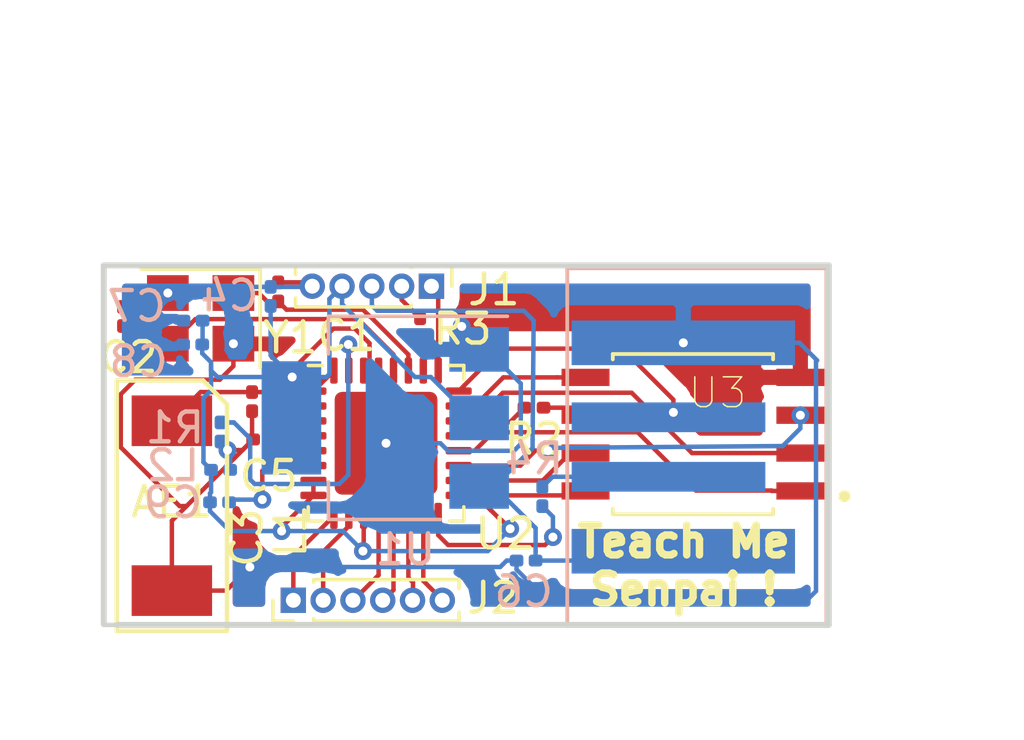
<source format=kicad_pcb>
(kicad_pcb (version 20171130) (host pcbnew 5.0.1)

  (general
    (thickness 1.6)
    (drawings 9)
    (tracks 269)
    (zones 0)
    (modules 23)
    (nets 31)
  )

  (page A4)
  (layers
    (0 F.Cu signal)
    (31 B.Cu signal)
    (32 B.Adhes user)
    (33 F.Adhes user)
    (34 B.Paste user)
    (35 F.Paste user)
    (36 B.SilkS user)
    (37 F.SilkS user)
    (38 B.Mask user)
    (39 F.Mask user)
    (40 Dwgs.User user)
    (41 Cmts.User user)
    (42 Eco1.User user)
    (43 Eco2.User user)
    (44 Edge.Cuts user)
    (45 Margin user)
    (46 B.CrtYd user)
    (47 F.CrtYd user)
    (48 B.Fab user)
    (49 F.Fab user)
  )

  (setup
    (last_trace_width 0.15)
    (trace_clearance 0.15)
    (zone_clearance 0.508)
    (zone_45_only no)
    (trace_min 0.15)
    (segment_width 0.2)
    (edge_width 0.15)
    (via_size 0.6)
    (via_drill 0.3)
    (via_min_size 0.3)
    (via_min_drill 0.3)
    (uvia_size 0.3)
    (uvia_drill 0.1)
    (uvias_allowed no)
    (uvia_min_size 0.2)
    (uvia_min_drill 0.1)
    (pcb_text_width 0.3)
    (pcb_text_size 1.5 1.5)
    (mod_edge_width 0.15)
    (mod_text_size 1 1)
    (mod_text_width 0.15)
    (pad_size 1.524 1.524)
    (pad_drill 0.762)
    (pad_to_mask_clearance 0.051)
    (solder_mask_min_width 0.25)
    (aux_axis_origin 0 0)
    (visible_elements FFFFFF7F)
    (pcbplotparams
      (layerselection 0x010fc_ffffffff)
      (usegerberextensions false)
      (usegerberattributes false)
      (usegerberadvancedattributes false)
      (creategerberjobfile false)
      (excludeedgelayer true)
      (linewidth 0.100000)
      (plotframeref false)
      (viasonmask false)
      (mode 1)
      (useauxorigin false)
      (hpglpennumber 1)
      (hpglpenspeed 20)
      (hpglpendiameter 15.000000)
      (psnegative false)
      (psa4output false)
      (plotreference true)
      (plotvalue true)
      (plotinvisibletext false)
      (padsonsilk false)
      (subtractmaskfromsilk false)
      (outputformat 1)
      (mirror false)
      (drillshape 1)
      (scaleselection 1)
      (outputdirectory ""))
  )

  (net 0 "")
  (net 1 GND)
  (net 2 "Net-(AE1-Pad1)")
  (net 3 "Net-(C1-Pad1)")
  (net 4 "Net-(C2-Pad1)")
  (net 5 +3V3)
  (net 6 "Net-(C5-Pad1)")
  (net 7 +5V)
  (net 8 /SD1_SD1)
  (net 9 /GPIO2)
  (net 10 /MTCK)
  (net 11 /MTMS)
  (net 12 /MTDO)
  (net 13 /SCK_CLK)
  (net 14 /SDO_SD0)
  (net 15 /SHD_SD2)
  (net 16 /SWP_SD3)
  (net 17 /UART0_RX)
  (net 18 /UART0_TX)
  (net 19 /GPIO0)
  (net 20 /USB_D_P)
  (net 21 "Net-(J3-Pad2)")
  (net 22 "Net-(L2-Pad1)")
  (net 23 "Net-(R1-Pad1)")
  (net 24 "Net-(R2-Pad2)")
  (net 25 "Net-(R3-Pad2)")
  (net 26 /USB_D_N)
  (net 27 "Net-(U2-Pad5)")
  (net 28 "Net-(U2-Pad6)")
  (net 29 /MTDI)
  (net 30 /SCSC_CMD)

  (net_class Default "This is the default net class."
    (clearance 0.15)
    (trace_width 0.15)
    (via_dia 0.6)
    (via_drill 0.3)
    (uvia_dia 0.3)
    (uvia_drill 0.1)
    (add_net +3V3)
    (add_net +5V)
    (add_net /GPIO0)
    (add_net /GPIO2)
    (add_net /MTCK)
    (add_net /MTDI)
    (add_net /MTDO)
    (add_net /MTMS)
    (add_net /SCK_CLK)
    (add_net /SCSC_CMD)
    (add_net /SD1_SD1)
    (add_net /SDO_SD0)
    (add_net /SHD_SD2)
    (add_net /SWP_SD3)
    (add_net /UART0_RX)
    (add_net /UART0_TX)
    (add_net /USB_D_N)
    (add_net /USB_D_P)
    (add_net GND)
    (add_net "Net-(AE1-Pad1)")
    (add_net "Net-(C1-Pad1)")
    (add_net "Net-(C2-Pad1)")
    (add_net "Net-(C5-Pad1)")
    (add_net "Net-(J3-Pad2)")
    (add_net "Net-(L2-Pad1)")
    (add_net "Net-(R1-Pad1)")
    (add_net "Net-(R2-Pad2)")
    (add_net "Net-(R3-Pad2)")
    (add_net "Net-(U2-Pad5)")
    (add_net "Net-(U2-Pad6)")
  )

  (module SOIC127P790X216-8N:SOIC127P790X216-8N (layer F.Cu) (tedit 5C263881) (tstamp 5C3A95F3)
    (at 122.4407 59.2582 180)
    (path /5C22AA04)
    (attr smd)
    (fp_text reference U3 (at -0.8255 1.3843 180) (layer F.SilkS)
      (effects (font (size 1.00109 1.00109) (thickness 0.05)))
    )
    (fp_text value W25Q128FVSIG (at 0.0508 3.5814 180) (layer F.SilkS) hide
      (effects (font (size 1.00152 1.00152) (thickness 0.05)))
    )
    (fp_circle (center -5.085 -2.085) (end -4.985 -2.085) (layer F.SilkS) (width 0.2))
    (fp_circle (center -2.175 -1.985) (end -2.075 -1.985) (layer Dwgs.User) (width 0.2))
    (fp_line (start -2.69 -2.69) (end 2.69 -2.69) (layer Dwgs.User) (width 0.127))
    (fp_line (start -2.69 2.69) (end 2.69 2.69) (layer Dwgs.User) (width 0.127))
    (fp_line (start -2.69 -2.69) (end 2.69 -2.69) (layer F.SilkS) (width 0.127))
    (fp_line (start -2.69 2.69) (end 2.69 2.69) (layer F.SilkS) (width 0.127))
    (fp_line (start -2.69 -2.69) (end -2.69 2.69) (layer Dwgs.User) (width 0.127))
    (fp_line (start 2.69 -2.69) (end 2.69 2.69) (layer Dwgs.User) (width 0.127))
    (fp_line (start -4.66 -2.94) (end 4.66 -2.94) (layer Eco1.User) (width 0.05))
    (fp_line (start -4.66 2.94) (end 4.66 2.94) (layer Eco1.User) (width 0.05))
    (fp_line (start -4.66 -2.94) (end -4.66 2.94) (layer Eco1.User) (width 0.05))
    (fp_line (start 4.66 -2.94) (end 4.66 2.94) (layer Eco1.User) (width 0.05))
    (fp_line (start -2.69 -2.69) (end -2.69 -2.5) (layer F.SilkS) (width 0.127))
    (fp_line (start 2.69 -2.69) (end 2.69 -2.5) (layer F.SilkS) (width 0.127))
    (fp_line (start 2.69 2.51) (end 2.69 2.69) (layer F.SilkS) (width 0.127))
    (fp_line (start -2.69 2.51) (end -2.69 2.69) (layer F.SilkS) (width 0.127))
    (pad 1 smd rect (at -3.605 -1.905 180) (size 1.61 0.58) (layers F.Cu F.Paste F.Mask)
      (net 30 /SCSC_CMD))
    (pad 2 smd rect (at -3.605 -0.635 180) (size 1.61 0.58) (layers F.Cu F.Paste F.Mask)
      (net 14 /SDO_SD0))
    (pad 3 smd rect (at -3.605 0.635 180) (size 1.61 0.58) (layers F.Cu F.Paste F.Mask)
      (net 16 /SWP_SD3))
    (pad 4 smd rect (at -3.605 1.905 180) (size 1.61 0.58) (layers F.Cu F.Paste F.Mask)
      (net 1 GND))
    (pad 5 smd rect (at 3.605 1.905 180) (size 1.61 0.58) (layers F.Cu F.Paste F.Mask)
      (net 8 /SD1_SD1))
    (pad 6 smd rect (at 3.605 0.635 180) (size 1.61 0.58) (layers F.Cu F.Paste F.Mask)
      (net 13 /SCK_CLK))
    (pad 7 smd rect (at 3.605 -0.635 180) (size 1.61 0.58) (layers F.Cu F.Paste F.Mask)
      (net 15 /SHD_SD2))
    (pad 8 smd rect (at 3.605 -1.905 180) (size 1.61 0.58) (layers F.Cu F.Paste F.Mask)
      (net 5 +3V3))
  )

  (module Package_DFN_QFN:QFN-32-1EP_5x5mm_P0.5mm_EP3.45x3.45mm (layer F.Cu) (tedit 5B4E85CE) (tstamp 5C3A910F)
    (at 112.141 59.563)
    (descr "QFN, 32 Pin (http://www.analog.com/media/en/package-pcb-resources/package/pkg_pdf/ltc-legacy-qfn/QFN_32_05-08-1693.pdf), generated with kicad-footprint-generator ipc_dfn_qfn_generator.py")
    (tags "QFN DFN_QFN")
    (path /5C223540)
    (attr smd)
    (fp_text reference U2 (at 4.0005 3.0353) (layer F.SilkS)
      (effects (font (size 1 1) (thickness 0.15)))
    )
    (fp_text value ESP8266EX (at 0 3.82) (layer F.Fab)
      (effects (font (size 1 1) (thickness 0.15)))
    )
    (fp_line (start 2.135 -2.61) (end 2.61 -2.61) (layer F.SilkS) (width 0.12))
    (fp_line (start 2.61 -2.61) (end 2.61 -2.135) (layer F.SilkS) (width 0.12))
    (fp_line (start -2.135 2.61) (end -2.61 2.61) (layer F.SilkS) (width 0.12))
    (fp_line (start -2.61 2.61) (end -2.61 2.135) (layer F.SilkS) (width 0.12))
    (fp_line (start 2.135 2.61) (end 2.61 2.61) (layer F.SilkS) (width 0.12))
    (fp_line (start 2.61 2.61) (end 2.61 2.135) (layer F.SilkS) (width 0.12))
    (fp_line (start -2.135 -2.61) (end -2.61 -2.61) (layer F.SilkS) (width 0.12))
    (fp_line (start -1.5 -2.5) (end 2.5 -2.5) (layer F.Fab) (width 0.1))
    (fp_line (start 2.5 -2.5) (end 2.5 2.5) (layer F.Fab) (width 0.1))
    (fp_line (start 2.5 2.5) (end -2.5 2.5) (layer F.Fab) (width 0.1))
    (fp_line (start -2.5 2.5) (end -2.5 -1.5) (layer F.Fab) (width 0.1))
    (fp_line (start -2.5 -1.5) (end -1.5 -2.5) (layer F.Fab) (width 0.1))
    (fp_line (start -3.12 -3.12) (end -3.12 3.12) (layer F.CrtYd) (width 0.05))
    (fp_line (start -3.12 3.12) (end 3.12 3.12) (layer F.CrtYd) (width 0.05))
    (fp_line (start 3.12 3.12) (end 3.12 -3.12) (layer F.CrtYd) (width 0.05))
    (fp_line (start 3.12 -3.12) (end -3.12 -3.12) (layer F.CrtYd) (width 0.05))
    (fp_text user %R (at 0 0) (layer F.Fab)
      (effects (font (size 1 1) (thickness 0.15)))
    )
    (pad 33 smd roundrect (at 0 0) (size 3.45 3.45) (layers F.Cu F.Mask) (roundrect_rratio 0.072464)
      (net 1 GND))
    (pad "" smd roundrect (at -1.15 -1.15) (size 0.93 0.93) (layers F.Paste) (roundrect_rratio 0.25))
    (pad "" smd roundrect (at -1.15 0) (size 0.93 0.93) (layers F.Paste) (roundrect_rratio 0.25))
    (pad "" smd roundrect (at -1.15 1.15) (size 0.93 0.93) (layers F.Paste) (roundrect_rratio 0.25))
    (pad "" smd roundrect (at 0 -1.15) (size 0.93 0.93) (layers F.Paste) (roundrect_rratio 0.25))
    (pad "" smd roundrect (at 0 0) (size 0.93 0.93) (layers F.Paste) (roundrect_rratio 0.25))
    (pad "" smd roundrect (at 0 1.15) (size 0.93 0.93) (layers F.Paste) (roundrect_rratio 0.25))
    (pad "" smd roundrect (at 1.15 -1.15) (size 0.93 0.93) (layers F.Paste) (roundrect_rratio 0.25))
    (pad "" smd roundrect (at 1.15 0) (size 0.93 0.93) (layers F.Paste) (roundrect_rratio 0.25))
    (pad "" smd roundrect (at 1.15 1.15) (size 0.93 0.93) (layers F.Paste) (roundrect_rratio 0.25))
    (pad 1 smd roundrect (at -2.4375 -1.75) (size 0.875 0.25) (layers F.Cu F.Paste F.Mask) (roundrect_rratio 0.25)
      (net 5 +3V3))
    (pad 2 smd roundrect (at -2.4375 -1.25) (size 0.875 0.25) (layers F.Cu F.Paste F.Mask) (roundrect_rratio 0.25)
      (net 6 "Net-(C5-Pad1)"))
    (pad 3 smd roundrect (at -2.4375 -0.75) (size 0.875 0.25) (layers F.Cu F.Paste F.Mask) (roundrect_rratio 0.25)
      (net 22 "Net-(L2-Pad1)"))
    (pad 4 smd roundrect (at -2.4375 -0.25) (size 0.875 0.25) (layers F.Cu F.Paste F.Mask) (roundrect_rratio 0.25)
      (net 22 "Net-(L2-Pad1)"))
    (pad 5 smd roundrect (at -2.4375 0.25) (size 0.875 0.25) (layers F.Cu F.Paste F.Mask) (roundrect_rratio 0.25)
      (net 27 "Net-(U2-Pad5)"))
    (pad 6 smd roundrect (at -2.4375 0.75) (size 0.875 0.25) (layers F.Cu F.Paste F.Mask) (roundrect_rratio 0.25)
      (net 28 "Net-(U2-Pad6)"))
    (pad 7 smd roundrect (at -2.4375 1.25) (size 0.875 0.25) (layers F.Cu F.Paste F.Mask) (roundrect_rratio 0.25)
      (net 5 +3V3))
    (pad 8 smd roundrect (at -2.4375 1.75) (size 0.875 0.25) (layers F.Cu F.Paste F.Mask) (roundrect_rratio 0.25)
      (net 5 +3V3))
    (pad 9 smd roundrect (at -1.75 2.4375) (size 0.25 0.875) (layers F.Cu F.Paste F.Mask) (roundrect_rratio 0.25)
      (net 11 /MTMS))
    (pad 10 smd roundrect (at -1.25 2.4375) (size 0.25 0.875) (layers F.Cu F.Paste F.Mask) (roundrect_rratio 0.25)
      (net 29 /MTDI))
    (pad 11 smd roundrect (at -0.75 2.4375) (size 0.25 0.875) (layers F.Cu F.Paste F.Mask) (roundrect_rratio 0.25)
      (net 5 +3V3))
    (pad 12 smd roundrect (at -0.25 2.4375) (size 0.25 0.875) (layers F.Cu F.Paste F.Mask) (roundrect_rratio 0.25)
      (net 10 /MTCK))
    (pad 13 smd roundrect (at 0.25 2.4375) (size 0.25 0.875) (layers F.Cu F.Paste F.Mask) (roundrect_rratio 0.25)
      (net 12 /MTDO))
    (pad 14 smd roundrect (at 0.75 2.4375) (size 0.25 0.875) (layers F.Cu F.Paste F.Mask) (roundrect_rratio 0.25)
      (net 9 /GPIO2))
    (pad 15 smd roundrect (at 1.25 2.4375) (size 0.25 0.875) (layers F.Cu F.Paste F.Mask) (roundrect_rratio 0.25)
      (net 19 /GPIO0))
    (pad 16 smd roundrect (at 1.75 2.4375) (size 0.25 0.875) (layers F.Cu F.Paste F.Mask) (roundrect_rratio 0.25)
      (net 26 /USB_D_N))
    (pad 17 smd roundrect (at 2.4375 1.75) (size 0.875 0.25) (layers F.Cu F.Paste F.Mask) (roundrect_rratio 0.25)
      (net 5 +3V3))
    (pad 18 smd roundrect (at 2.4375 1.25) (size 0.875 0.25) (layers F.Cu F.Paste F.Mask) (roundrect_rratio 0.25)
      (net 15 /SHD_SD2))
    (pad 19 smd roundrect (at 2.4375 0.75) (size 0.875 0.25) (layers F.Cu F.Paste F.Mask) (roundrect_rratio 0.25)
      (net 16 /SWP_SD3))
    (pad 20 smd roundrect (at 2.4375 0.25) (size 0.875 0.25) (layers F.Cu F.Paste F.Mask) (roundrect_rratio 0.25)
      (net 30 /SCSC_CMD))
    (pad 21 smd roundrect (at 2.4375 -0.25) (size 0.875 0.25) (layers F.Cu F.Paste F.Mask) (roundrect_rratio 0.25)
      (net 24 "Net-(R2-Pad2)"))
    (pad 22 smd roundrect (at 2.4375 -0.75) (size 0.875 0.25) (layers F.Cu F.Paste F.Mask) (roundrect_rratio 0.25)
      (net 14 /SDO_SD0))
    (pad 23 smd roundrect (at 2.4375 -1.25) (size 0.875 0.25) (layers F.Cu F.Paste F.Mask) (roundrect_rratio 0.25)
      (net 8 /SD1_SD1))
    (pad 24 smd roundrect (at 2.4375 -1.75) (size 0.875 0.25) (layers F.Cu F.Paste F.Mask) (roundrect_rratio 0.25)
      (net 20 /USB_D_P))
    (pad 25 smd roundrect (at 1.75 -2.4375) (size 0.25 0.875) (layers F.Cu F.Paste F.Mask) (roundrect_rratio 0.25)
      (net 17 /UART0_RX))
    (pad 26 smd roundrect (at 1.25 -2.4375) (size 0.25 0.875) (layers F.Cu F.Paste F.Mask) (roundrect_rratio 0.25)
      (net 25 "Net-(R3-Pad2)"))
    (pad 27 smd roundrect (at 0.75 -2.4375) (size 0.25 0.875) (layers F.Cu F.Paste F.Mask) (roundrect_rratio 0.25)
      (net 3 "Net-(C1-Pad1)"))
    (pad 28 smd roundrect (at 0.25 -2.4375) (size 0.25 0.875) (layers F.Cu F.Paste F.Mask) (roundrect_rratio 0.25)
      (net 4 "Net-(C2-Pad1)"))
    (pad 29 smd roundrect (at -0.25 -2.4375) (size 0.25 0.875) (layers F.Cu F.Paste F.Mask) (roundrect_rratio 0.25)
      (net 5 +3V3))
    (pad 30 smd roundrect (at -0.75 -2.4375) (size 0.25 0.875) (layers F.Cu F.Paste F.Mask) (roundrect_rratio 0.25)
      (net 5 +3V3))
    (pad 31 smd roundrect (at -1.25 -2.4375) (size 0.25 0.875) (layers F.Cu F.Paste F.Mask) (roundrect_rratio 0.25)
      (net 23 "Net-(R1-Pad1)"))
    (pad 32 smd roundrect (at -1.75 -2.4375) (size 0.25 0.875) (layers F.Cu F.Paste F.Mask) (roundrect_rratio 0.25)
      (net 5 +3V3))
    (model ${KISYS3DMOD}/Package_DFN_QFN.3dshapes/QFN-32-1EP_5x5mm_P0.5mm_EP3.45x3.45mm.wrl
      (at (xyz 0 0 0))
      (scale (xyz 1 1 1))
      (rotate (xyz 0 0 0))
    )
  )

  (module SLDA52:SOIC-2 (layer F.Cu) (tedit 5C2264B7) (tstamp 5C3CFFF4)
    (at 104.9528 61.6585 180)
    (path /5C232106)
    (attr smd)
    (fp_text reference AE1 (at 0 0.127) (layer F.SilkS)
      (effects (font (size 1 1) (thickness 0.15)))
    )
    (fp_text value Antenna_Shield (at 0 -5.08 180) (layer F.Fab)
      (effects (font (size 1 1) (thickness 0.15)))
    )
    (fp_line (start -1.05 4.2) (end -1.85 3.4) (layer F.SilkS) (width 0.15))
    (fp_line (start -1.85 3.4) (end -1.85 -4.2) (layer F.SilkS) (width 0.15))
    (fp_line (start -1.85 -4.2) (end 1.85 -4.2) (layer F.SilkS) (width 0.15))
    (fp_line (start 1.85 -4.2) (end 1.85 4.2) (layer F.SilkS) (width 0.15))
    (fp_line (start 1.85 4.2) (end -1.05 4.2) (layer F.SilkS) (width 0.15))
    (fp_line (start -2 -4.35) (end 2 -4.35) (layer F.CrtYd) (width 0.05))
    (fp_line (start 2 -4.35) (end 2 4.35) (layer F.CrtYd) (width 0.05))
    (fp_line (start 2 4.35) (end -2 4.35) (layer F.CrtYd) (width 0.05))
    (fp_line (start -2 4.35) (end -2 -4.35) (layer F.CrtYd) (width 0.05))
    (pad 2 smd rect (at 0 -2.85 180) (size 2.7 1.7) (layers F.Cu F.Paste F.Mask)
      (net 1 GND))
    (pad 1 smd rect (at 0 2.85 180) (size 2.7 1.7) (layers F.Cu F.Paste F.Mask)
      (net 2 "Net-(AE1-Pad1)"))
  )

  (module Capacitor_SMD:C_0201_0603Metric (layer F.Cu) (tedit 5B301BBE) (tstamp 5C3A8F86)
    (at 108.5215 54.483 90)
    (descr "Capacitor SMD 0201 (0603 Metric), square (rectangular) end terminal, IPC_7351 nominal, (Body size source: https://www.vishay.com/docs/20052/crcw0201e3.pdf), generated with kicad-footprint-generator")
    (tags capacitor)
    (path /5C224D14)
    (attr smd)
    (fp_text reference C1 (at -1.4605 2.286 180) (layer F.SilkS)
      (effects (font (size 1 1) (thickness 0.15)))
    )
    (fp_text value C (at 0 1.05 90) (layer F.Fab)
      (effects (font (size 1 1) (thickness 0.15)))
    )
    (fp_text user %R (at 0 -0.68 90) (layer F.Fab)
      (effects (font (size 0.25 0.25) (thickness 0.04)))
    )
    (fp_line (start 0.7 0.35) (end -0.7 0.35) (layer F.CrtYd) (width 0.05))
    (fp_line (start 0.7 -0.35) (end 0.7 0.35) (layer F.CrtYd) (width 0.05))
    (fp_line (start -0.7 -0.35) (end 0.7 -0.35) (layer F.CrtYd) (width 0.05))
    (fp_line (start -0.7 0.35) (end -0.7 -0.35) (layer F.CrtYd) (width 0.05))
    (fp_line (start 0.3 0.15) (end -0.3 0.15) (layer F.Fab) (width 0.1))
    (fp_line (start 0.3 -0.15) (end 0.3 0.15) (layer F.Fab) (width 0.1))
    (fp_line (start -0.3 -0.15) (end 0.3 -0.15) (layer F.Fab) (width 0.1))
    (fp_line (start -0.3 0.15) (end -0.3 -0.15) (layer F.Fab) (width 0.1))
    (pad 2 smd roundrect (at 0.32 0 90) (size 0.46 0.4) (layers F.Cu F.Mask) (roundrect_rratio 0.25)
      (net 1 GND))
    (pad 1 smd roundrect (at -0.32 0 90) (size 0.46 0.4) (layers F.Cu F.Mask) (roundrect_rratio 0.25)
      (net 3 "Net-(C1-Pad1)"))
    (pad "" smd roundrect (at 0.345 0 90) (size 0.318 0.36) (layers F.Paste) (roundrect_rratio 0.25))
    (pad "" smd roundrect (at -0.345 0 90) (size 0.318 0.36) (layers F.Paste) (roundrect_rratio 0.25))
    (model ${KISYS3DMOD}/Capacitor_SMD.3dshapes/C_0201_0603Metric.wrl
      (at (xyz 0 0 0))
      (scale (xyz 1 1 1))
      (rotate (xyz 0 0 0))
    )
  )

  (module Capacitor_SMD:C_0201_0603Metric (layer F.Cu) (tedit 5B301BBE) (tstamp 5C26740E)
    (at 103.3145 55.3085 90)
    (descr "Capacitor SMD 0201 (0603 Metric), square (rectangular) end terminal, IPC_7351 nominal, (Body size source: https://www.vishay.com/docs/20052/crcw0201e3.pdf), generated with kicad-footprint-generator")
    (tags capacitor)
    (path /5C224D6D)
    (attr smd)
    (fp_text reference C2 (at -1.3716 0.1778 180) (layer F.SilkS)
      (effects (font (size 1 1) (thickness 0.15)))
    )
    (fp_text value C (at 0 1.05 90) (layer F.Fab)
      (effects (font (size 1 1) (thickness 0.15)))
    )
    (fp_line (start -0.3 0.15) (end -0.3 -0.15) (layer F.Fab) (width 0.1))
    (fp_line (start -0.3 -0.15) (end 0.3 -0.15) (layer F.Fab) (width 0.1))
    (fp_line (start 0.3 -0.15) (end 0.3 0.15) (layer F.Fab) (width 0.1))
    (fp_line (start 0.3 0.15) (end -0.3 0.15) (layer F.Fab) (width 0.1))
    (fp_line (start -0.7 0.35) (end -0.7 -0.35) (layer F.CrtYd) (width 0.05))
    (fp_line (start -0.7 -0.35) (end 0.7 -0.35) (layer F.CrtYd) (width 0.05))
    (fp_line (start 0.7 -0.35) (end 0.7 0.35) (layer F.CrtYd) (width 0.05))
    (fp_line (start 0.7 0.35) (end -0.7 0.35) (layer F.CrtYd) (width 0.05))
    (fp_text user %R (at 0 -0.68 90) (layer F.Fab)
      (effects (font (size 0.25 0.25) (thickness 0.04)))
    )
    (pad "" smd roundrect (at -0.345 0 90) (size 0.318 0.36) (layers F.Paste) (roundrect_rratio 0.25))
    (pad "" smd roundrect (at 0.345 0 90) (size 0.318 0.36) (layers F.Paste) (roundrect_rratio 0.25))
    (pad 1 smd roundrect (at -0.32 0 90) (size 0.46 0.4) (layers F.Cu F.Mask) (roundrect_rratio 0.25)
      (net 4 "Net-(C2-Pad1)"))
    (pad 2 smd roundrect (at 0.32 0 90) (size 0.46 0.4) (layers F.Cu F.Mask) (roundrect_rratio 0.25)
      (net 1 GND))
    (model ${KISYS3DMOD}/Capacitor_SMD.3dshapes/C_0201_0603Metric.wrl
      (at (xyz 0 0 0))
      (scale (xyz 1 1 1))
      (rotate (xyz 0 0 0))
    )
  )

  (module Capacitor_SMD:C_0201_0603Metric (layer F.Cu) (tedit 5B301BBE) (tstamp 5C3A8FA8)
    (at 107.6452 58.166 270)
    (descr "Capacitor SMD 0201 (0603 Metric), square (rectangular) end terminal, IPC_7351 nominal, (Body size source: https://www.vishay.com/docs/20052/crcw0201e3.pdf), generated with kicad-footprint-generator")
    (tags capacitor)
    (path /5C238B37)
    (attr smd)
    (fp_text reference C3 (at 4.572 0.1778 270) (layer F.SilkS)
      (effects (font (size 1 1) (thickness 0.15)))
    )
    (fp_text value 2.4pF (at 0 1.05 270) (layer F.Fab)
      (effects (font (size 1 1) (thickness 0.15)))
    )
    (fp_line (start -0.3 0.15) (end -0.3 -0.15) (layer F.Fab) (width 0.1))
    (fp_line (start -0.3 -0.15) (end 0.3 -0.15) (layer F.Fab) (width 0.1))
    (fp_line (start 0.3 -0.15) (end 0.3 0.15) (layer F.Fab) (width 0.1))
    (fp_line (start 0.3 0.15) (end -0.3 0.15) (layer F.Fab) (width 0.1))
    (fp_line (start -0.7 0.35) (end -0.7 -0.35) (layer F.CrtYd) (width 0.05))
    (fp_line (start -0.7 -0.35) (end 0.7 -0.35) (layer F.CrtYd) (width 0.05))
    (fp_line (start 0.7 -0.35) (end 0.7 0.35) (layer F.CrtYd) (width 0.05))
    (fp_line (start 0.7 0.35) (end -0.7 0.35) (layer F.CrtYd) (width 0.05))
    (fp_text user %R (at 0 -0.68 270) (layer F.Fab)
      (effects (font (size 0.25 0.25) (thickness 0.04)))
    )
    (pad "" smd roundrect (at -0.345 0 270) (size 0.318 0.36) (layers F.Paste) (roundrect_rratio 0.25))
    (pad "" smd roundrect (at 0.345 0 270) (size 0.318 0.36) (layers F.Paste) (roundrect_rratio 0.25))
    (pad 1 smd roundrect (at -0.32 0 270) (size 0.46 0.4) (layers F.Cu F.Mask) (roundrect_rratio 0.25)
      (net 2 "Net-(AE1-Pad1)"))
    (pad 2 smd roundrect (at 0.32 0 270) (size 0.46 0.4) (layers F.Cu F.Mask) (roundrect_rratio 0.25)
      (net 1 GND))
    (model ${KISYS3DMOD}/Capacitor_SMD.3dshapes/C_0201_0603Metric.wrl
      (at (xyz 0 0 0))
      (scale (xyz 1 1 1))
      (rotate (xyz 0 0 0))
    )
  )

  (module Capacitor_SMD:C_0201_0603Metric (layer B.Cu) (tedit 5B301BBE) (tstamp 5C3A8FB9)
    (at 108.2675 54.6354 90)
    (descr "Capacitor SMD 0201 (0603 Metric), square (rectangular) end terminal, IPC_7351 nominal, (Body size source: https://www.vishay.com/docs/20052/crcw0201e3.pdf), generated with kicad-footprint-generator")
    (tags capacitor)
    (path /5C2279A2)
    (attr smd)
    (fp_text reference C4 (at 0.0254 -1.3843 180) (layer B.SilkS)
      (effects (font (size 1 1) (thickness 0.15)) (justify mirror))
    )
    (fp_text value 1uF (at 0 -1.05 90) (layer B.Fab)
      (effects (font (size 1 1) (thickness 0.15)) (justify mirror))
    )
    (fp_line (start -0.3 -0.15) (end -0.3 0.15) (layer B.Fab) (width 0.1))
    (fp_line (start -0.3 0.15) (end 0.3 0.15) (layer B.Fab) (width 0.1))
    (fp_line (start 0.3 0.15) (end 0.3 -0.15) (layer B.Fab) (width 0.1))
    (fp_line (start 0.3 -0.15) (end -0.3 -0.15) (layer B.Fab) (width 0.1))
    (fp_line (start -0.7 -0.35) (end -0.7 0.35) (layer B.CrtYd) (width 0.05))
    (fp_line (start -0.7 0.35) (end 0.7 0.35) (layer B.CrtYd) (width 0.05))
    (fp_line (start 0.7 0.35) (end 0.7 -0.35) (layer B.CrtYd) (width 0.05))
    (fp_line (start 0.7 -0.35) (end -0.7 -0.35) (layer B.CrtYd) (width 0.05))
    (fp_text user %R (at 0 0.68 90) (layer B.Fab)
      (effects (font (size 0.25 0.25) (thickness 0.04)) (justify mirror))
    )
    (pad "" smd roundrect (at -0.345 0 90) (size 0.318 0.36) (layers B.Paste) (roundrect_rratio 0.25))
    (pad "" smd roundrect (at 0.345 0 90) (size 0.318 0.36) (layers B.Paste) (roundrect_rratio 0.25))
    (pad 1 smd roundrect (at -0.32 0 90) (size 0.46 0.4) (layers B.Cu B.Mask) (roundrect_rratio 0.25)
      (net 5 +3V3))
    (pad 2 smd roundrect (at 0.32 0 90) (size 0.46 0.4) (layers B.Cu B.Mask) (roundrect_rratio 0.25)
      (net 1 GND))
    (model ${KISYS3DMOD}/Capacitor_SMD.3dshapes/C_0201_0603Metric.wrl
      (at (xyz 0 0 0))
      (scale (xyz 1 1 1))
      (rotate (xyz 0 0 0))
    )
  )

  (module Capacitor_SMD:C_0201_0603Metric (layer F.Cu) (tedit 5B301BBE) (tstamp 5C3A8FCA)
    (at 108.0008 59.436 180)
    (descr "Capacitor SMD 0201 (0603 Metric), square (rectangular) end terminal, IPC_7351 nominal, (Body size source: https://www.vishay.com/docs/20052/crcw0201e3.pdf), generated with kicad-footprint-generator")
    (tags capacitor)
    (path /5C232643)
    (attr smd)
    (fp_text reference C5 (at -0.2032 -1.2319 180) (layer F.SilkS)
      (effects (font (size 1 1) (thickness 0.15)))
    )
    (fp_text value 3.0pF (at 0 1.05 180) (layer F.Fab)
      (effects (font (size 1 1) (thickness 0.15)))
    )
    (fp_text user %R (at 0 -0.68 180) (layer F.Fab)
      (effects (font (size 0.25 0.25) (thickness 0.04)))
    )
    (fp_line (start 0.7 0.35) (end -0.7 0.35) (layer F.CrtYd) (width 0.05))
    (fp_line (start 0.7 -0.35) (end 0.7 0.35) (layer F.CrtYd) (width 0.05))
    (fp_line (start -0.7 -0.35) (end 0.7 -0.35) (layer F.CrtYd) (width 0.05))
    (fp_line (start -0.7 0.35) (end -0.7 -0.35) (layer F.CrtYd) (width 0.05))
    (fp_line (start 0.3 0.15) (end -0.3 0.15) (layer F.Fab) (width 0.1))
    (fp_line (start 0.3 -0.15) (end 0.3 0.15) (layer F.Fab) (width 0.1))
    (fp_line (start -0.3 -0.15) (end 0.3 -0.15) (layer F.Fab) (width 0.1))
    (fp_line (start -0.3 0.15) (end -0.3 -0.15) (layer F.Fab) (width 0.1))
    (pad 2 smd roundrect (at 0.32 0 180) (size 0.46 0.4) (layers F.Cu F.Mask) (roundrect_rratio 0.25)
      (net 1 GND))
    (pad 1 smd roundrect (at -0.32 0 180) (size 0.46 0.4) (layers F.Cu F.Mask) (roundrect_rratio 0.25)
      (net 6 "Net-(C5-Pad1)"))
    (pad "" smd roundrect (at 0.345 0 180) (size 0.318 0.36) (layers F.Paste) (roundrect_rratio 0.25))
    (pad "" smd roundrect (at -0.345 0 180) (size 0.318 0.36) (layers F.Paste) (roundrect_rratio 0.25))
    (model ${KISYS3DMOD}/Capacitor_SMD.3dshapes/C_0201_0603Metric.wrl
      (at (xyz 0 0 0))
      (scale (xyz 1 1 1))
      (rotate (xyz 0 0 0))
    )
  )

  (module Capacitor_SMD:C_0201_0603Metric (layer B.Cu) (tedit 5B301BBE) (tstamp 5C3A8FDB)
    (at 116.84 63.5 180)
    (descr "Capacitor SMD 0201 (0603 Metric), square (rectangular) end terminal, IPC_7351 nominal, (Body size source: https://www.vishay.com/docs/20052/crcw0201e3.pdf), generated with kicad-footprint-generator")
    (tags capacitor)
    (path /5C224214)
    (attr smd)
    (fp_text reference C6 (at 0.0762 -1.0414 180) (layer B.SilkS)
      (effects (font (size 1 1) (thickness 0.15)) (justify mirror))
    )
    (fp_text value 10uF (at 0 -1.05 180) (layer B.Fab)
      (effects (font (size 1 1) (thickness 0.15)) (justify mirror))
    )
    (fp_line (start -0.3 -0.15) (end -0.3 0.15) (layer B.Fab) (width 0.1))
    (fp_line (start -0.3 0.15) (end 0.3 0.15) (layer B.Fab) (width 0.1))
    (fp_line (start 0.3 0.15) (end 0.3 -0.15) (layer B.Fab) (width 0.1))
    (fp_line (start 0.3 -0.15) (end -0.3 -0.15) (layer B.Fab) (width 0.1))
    (fp_line (start -0.7 -0.35) (end -0.7 0.35) (layer B.CrtYd) (width 0.05))
    (fp_line (start -0.7 0.35) (end 0.7 0.35) (layer B.CrtYd) (width 0.05))
    (fp_line (start 0.7 0.35) (end 0.7 -0.35) (layer B.CrtYd) (width 0.05))
    (fp_line (start 0.7 -0.35) (end -0.7 -0.35) (layer B.CrtYd) (width 0.05))
    (fp_text user %R (at 0 0.68 180) (layer B.Fab)
      (effects (font (size 0.25 0.25) (thickness 0.04)) (justify mirror))
    )
    (pad "" smd roundrect (at -0.345 0 180) (size 0.318 0.36) (layers B.Paste) (roundrect_rratio 0.25))
    (pad "" smd roundrect (at 0.345 0 180) (size 0.318 0.36) (layers B.Paste) (roundrect_rratio 0.25))
    (pad 1 smd roundrect (at -0.32 0 180) (size 0.46 0.4) (layers B.Cu B.Mask) (roundrect_rratio 0.25)
      (net 7 +5V))
    (pad 2 smd roundrect (at 0.32 0 180) (size 0.46 0.4) (layers B.Cu B.Mask) (roundrect_rratio 0.25)
      (net 1 GND))
    (model ${KISYS3DMOD}/Capacitor_SMD.3dshapes/C_0201_0603Metric.wrl
      (at (xyz 0 0 0))
      (scale (xyz 1 1 1))
      (rotate (xyz 0 0 0))
    )
  )

  (module Capacitor_SMD:C_0201_0603Metric (layer B.Cu) (tedit 5B301BBE) (tstamp 5C3A8FEC)
    (at 105.664 55.4482 180)
    (descr "Capacitor SMD 0201 (0603 Metric), square (rectangular) end terminal, IPC_7351 nominal, (Body size source: https://www.vishay.com/docs/20052/crcw0201e3.pdf), generated with kicad-footprint-generator")
    (tags capacitor)
    (path /5C2242DE)
    (attr smd)
    (fp_text reference C7 (at 1.8923 0.4826 180) (layer B.SilkS)
      (effects (font (size 1 1) (thickness 0.15)) (justify mirror))
    )
    (fp_text value 22uF (at 0 -1.4945 180) (layer B.Fab)
      (effects (font (size 1 1) (thickness 0.15)) (justify mirror))
    )
    (fp_text user %R (at 0 0.68 180) (layer B.Fab)
      (effects (font (size 0.25 0.25) (thickness 0.04)) (justify mirror))
    )
    (fp_line (start 0.7 -0.35) (end -0.7 -0.35) (layer B.CrtYd) (width 0.05))
    (fp_line (start 0.7 0.35) (end 0.7 -0.35) (layer B.CrtYd) (width 0.05))
    (fp_line (start -0.7 0.35) (end 0.7 0.35) (layer B.CrtYd) (width 0.05))
    (fp_line (start -0.7 -0.35) (end -0.7 0.35) (layer B.CrtYd) (width 0.05))
    (fp_line (start 0.3 -0.15) (end -0.3 -0.15) (layer B.Fab) (width 0.1))
    (fp_line (start 0.3 0.15) (end 0.3 -0.15) (layer B.Fab) (width 0.1))
    (fp_line (start -0.3 0.15) (end 0.3 0.15) (layer B.Fab) (width 0.1))
    (fp_line (start -0.3 -0.15) (end -0.3 0.15) (layer B.Fab) (width 0.1))
    (pad 2 smd roundrect (at 0.32 0 180) (size 0.46 0.4) (layers B.Cu B.Mask) (roundrect_rratio 0.25)
      (net 1 GND))
    (pad 1 smd roundrect (at -0.32 0 180) (size 0.46 0.4) (layers B.Cu B.Mask) (roundrect_rratio 0.25)
      (net 5 +3V3))
    (pad "" smd roundrect (at 0.345 0 180) (size 0.318 0.36) (layers B.Paste) (roundrect_rratio 0.25))
    (pad "" smd roundrect (at -0.345 0 180) (size 0.318 0.36) (layers B.Paste) (roundrect_rratio 0.25))
    (model ${KISYS3DMOD}/Capacitor_SMD.3dshapes/C_0201_0603Metric.wrl
      (at (xyz 0 0 0))
      (scale (xyz 1 1 1))
      (rotate (xyz 0 0 0))
    )
  )

  (module Capacitor_SMD:C_0201_0603Metric (layer B.Cu) (tedit 5B301BBE) (tstamp 5C3A8FFD)
    (at 105.6513 56.2483 180)
    (descr "Capacitor SMD 0201 (0603 Metric), square (rectangular) end terminal, IPC_7351 nominal, (Body size source: https://www.vishay.com/docs/20052/crcw0201e3.pdf), generated with kicad-footprint-generator")
    (tags capacitor)
    (path /5C225AB1)
    (attr smd)
    (fp_text reference C8 (at 1.8161 -0.5715 180) (layer B.SilkS)
      (effects (font (size 1 1) (thickness 0.15)) (justify mirror))
    )
    (fp_text value 0.1uF (at 0 -1.05 180) (layer B.Fab)
      (effects (font (size 1 1) (thickness 0.15)) (justify mirror))
    )
    (fp_line (start -0.3 -0.15) (end -0.3 0.15) (layer B.Fab) (width 0.1))
    (fp_line (start -0.3 0.15) (end 0.3 0.15) (layer B.Fab) (width 0.1))
    (fp_line (start 0.3 0.15) (end 0.3 -0.15) (layer B.Fab) (width 0.1))
    (fp_line (start 0.3 -0.15) (end -0.3 -0.15) (layer B.Fab) (width 0.1))
    (fp_line (start -0.7 -0.35) (end -0.7 0.35) (layer B.CrtYd) (width 0.05))
    (fp_line (start -0.7 0.35) (end 0.7 0.35) (layer B.CrtYd) (width 0.05))
    (fp_line (start 0.7 0.35) (end 0.7 -0.35) (layer B.CrtYd) (width 0.05))
    (fp_line (start 0.7 -0.35) (end -0.7 -0.35) (layer B.CrtYd) (width 0.05))
    (fp_text user %R (at 0 0.68 180) (layer B.Fab)
      (effects (font (size 0.25 0.25) (thickness 0.04)) (justify mirror))
    )
    (pad "" smd roundrect (at -0.345 0 180) (size 0.318 0.36) (layers B.Paste) (roundrect_rratio 0.25))
    (pad "" smd roundrect (at 0.345 0 180) (size 0.318 0.36) (layers B.Paste) (roundrect_rratio 0.25))
    (pad 1 smd roundrect (at -0.32 0 180) (size 0.46 0.4) (layers B.Cu B.Mask) (roundrect_rratio 0.25)
      (net 5 +3V3))
    (pad 2 smd roundrect (at 0.32 0 180) (size 0.46 0.4) (layers B.Cu B.Mask) (roundrect_rratio 0.25)
      (net 1 GND))
    (model ${KISYS3DMOD}/Capacitor_SMD.3dshapes/C_0201_0603Metric.wrl
      (at (xyz 0 0 0))
      (scale (xyz 1 1 1))
      (rotate (xyz 0 0 0))
    )
  )

  (module Capacitor_SMD:C_0201_0603Metric (layer B.Cu) (tedit 5B301BBE) (tstamp 5C3A900E)
    (at 106.588441 60.455641)
    (descr "Capacitor SMD 0201 (0603 Metric), square (rectangular) end terminal, IPC_7351 nominal, (Body size source: https://www.vishay.com/docs/20052/crcw0201e3.pdf), generated with kicad-footprint-generator")
    (tags capacitor)
    (path /5C225B1C)
    (attr smd)
    (fp_text reference C9 (at -1.597541 1.101259) (layer B.SilkS)
      (effects (font (size 1 1) (thickness 0.15)) (justify mirror))
    )
    (fp_text value 10uF (at 0 -1.05) (layer B.Fab)
      (effects (font (size 1 1) (thickness 0.15)) (justify mirror))
    )
    (fp_text user %R (at 0 0.68) (layer B.Fab)
      (effects (font (size 0.25 0.25) (thickness 0.04)) (justify mirror))
    )
    (fp_line (start 0.7 -0.35) (end -0.7 -0.35) (layer B.CrtYd) (width 0.05))
    (fp_line (start 0.7 0.35) (end 0.7 -0.35) (layer B.CrtYd) (width 0.05))
    (fp_line (start -0.7 0.35) (end 0.7 0.35) (layer B.CrtYd) (width 0.05))
    (fp_line (start -0.7 -0.35) (end -0.7 0.35) (layer B.CrtYd) (width 0.05))
    (fp_line (start 0.3 -0.15) (end -0.3 -0.15) (layer B.Fab) (width 0.1))
    (fp_line (start 0.3 0.15) (end 0.3 -0.15) (layer B.Fab) (width 0.1))
    (fp_line (start -0.3 0.15) (end 0.3 0.15) (layer B.Fab) (width 0.1))
    (fp_line (start -0.3 -0.15) (end -0.3 0.15) (layer B.Fab) (width 0.1))
    (pad 2 smd roundrect (at 0.32 0) (size 0.46 0.4) (layers B.Cu B.Mask) (roundrect_rratio 0.25)
      (net 1 GND))
    (pad 1 smd roundrect (at -0.32 0) (size 0.46 0.4) (layers B.Cu B.Mask) (roundrect_rratio 0.25)
      (net 5 +3V3))
    (pad "" smd roundrect (at 0.345 0) (size 0.318 0.36) (layers B.Paste) (roundrect_rratio 0.25))
    (pad "" smd roundrect (at -0.345 0) (size 0.318 0.36) (layers B.Paste) (roundrect_rratio 0.25))
    (model ${KISYS3DMOD}/Capacitor_SMD.3dshapes/C_0201_0603Metric.wrl
      (at (xyz 0 0 0))
      (scale (xyz 1 1 1))
      (rotate (xyz 0 0 0))
    )
  )

  (module USB_A:USB-A-PCB (layer B.Cu) (tedit 5C26419E) (tstamp 5C3E5EE4)
    (at 121.92 59.69 180)
    (path /5C2236F4)
    (attr smd)
    (fp_text reference J3 (at -1.1938 -8.382 180) (layer B.SilkS) hide
      (effects (font (size 1.016 1.016) (thickness 0.1016)) (justify mirror))
    )
    (fp_text value USB_A (at 6 -5.25 180) (layer B.SilkS) hide
      (effects (font (size 1.016 1.016) (thickness 0.1016)) (justify mirror))
    )
    (fp_line (start -4.99872 -5.99948) (end -4.99872 5.99948) (layer B.SilkS) (width 0.127))
    (fp_line (start 3.69824 -5.99948) (end -4.99872 -5.99948) (layer B.SilkS) (width 0.127))
    (fp_line (start 3.69824 5.99948) (end 3.69824 -5.99948) (layer B.SilkS) (width 0.127))
    (fp_line (start -4.99872 5.99948) (end 3.69824 5.99948) (layer B.SilkS) (width 0.127))
    (pad 3 smd rect (at 0.29972 0.99822 180) (size 6.49986 0.99822) (layers B.Cu B.Paste B.Mask)
      (net 20 /USB_D_P))
    (pad 2 smd rect (at 0.29972 -0.99822 180) (size 6.49986 0.99822) (layers B.Cu B.Paste B.Mask)
      (net 21 "Net-(J3-Pad2)"))
    (pad 4 smd rect (at -0.19812 3.49758 180) (size 7.49808 1.4986) (layers B.Cu B.Paste B.Mask)
      (net 1 GND))
    (pad 1 smd rect (at -0.19812 -3.49758 180) (size 7.49808 1.4986) (layers B.Cu B.Paste B.Mask)
      (net 7 +5V))
  )

  (module Inductor_SMD:L_0201_0603Metric (layer F.Cu) (tedit 5B301BBE) (tstamp 5C3A9065)
    (at 108.458 58.166 270)
    (descr "Inductor SMD 0201 (0603 Metric), square (rectangular) end terminal, IPC_7351 nominal, (Body size source: https://www.vishay.com/docs/20052/crcw0201e3.pdf), generated with kicad-footprint-generator")
    (tags inductor)
    (path /5C23256C)
    (attr smd)
    (fp_text reference L1 (at 4.3434 -0.4826 270) (layer F.SilkS)
      (effects (font (size 1 1) (thickness 0.15)))
    )
    (fp_text value "2.2 nH" (at 0 1.05 270) (layer F.Fab)
      (effects (font (size 1 1) (thickness 0.15)))
    )
    (fp_text user %R (at 0 -0.68 270) (layer F.Fab)
      (effects (font (size 0.25 0.25) (thickness 0.04)))
    )
    (fp_line (start 0.7 0.35) (end -0.7 0.35) (layer F.CrtYd) (width 0.05))
    (fp_line (start 0.7 -0.35) (end 0.7 0.35) (layer F.CrtYd) (width 0.05))
    (fp_line (start -0.7 -0.35) (end 0.7 -0.35) (layer F.CrtYd) (width 0.05))
    (fp_line (start -0.7 0.35) (end -0.7 -0.35) (layer F.CrtYd) (width 0.05))
    (fp_line (start 0.3 0.15) (end -0.3 0.15) (layer F.Fab) (width 0.1))
    (fp_line (start 0.3 -0.15) (end 0.3 0.15) (layer F.Fab) (width 0.1))
    (fp_line (start -0.3 -0.15) (end 0.3 -0.15) (layer F.Fab) (width 0.1))
    (fp_line (start -0.3 0.15) (end -0.3 -0.15) (layer F.Fab) (width 0.1))
    (pad 2 smd roundrect (at 0.32 0 270) (size 0.46 0.4) (layers F.Cu F.Mask) (roundrect_rratio 0.25)
      (net 6 "Net-(C5-Pad1)"))
    (pad 1 smd roundrect (at -0.32 0 270) (size 0.46 0.4) (layers F.Cu F.Mask) (roundrect_rratio 0.25)
      (net 2 "Net-(AE1-Pad1)"))
    (pad "" smd roundrect (at 0.345 0 270) (size 0.318 0.36) (layers F.Paste) (roundrect_rratio 0.25))
    (pad "" smd roundrect (at -0.345 0 270) (size 0.318 0.36) (layers F.Paste) (roundrect_rratio 0.25))
    (model ${KISYS3DMOD}/Inductor_SMD.3dshapes/L_0201_0603Metric.wrl
      (at (xyz 0 0 0))
      (scale (xyz 1 1 1))
      (rotate (xyz 0 0 0))
    )
  )

  (module Inductor_SMD:L_0201_0603Metric (layer B.Cu) (tedit 5B301BBE) (tstamp 5C3A9076)
    (at 106.553 61.5442 180)
    (descr "Inductor SMD 0201 (0603 Metric), square (rectangular) end terminal, IPC_7351 nominal, (Body size source: https://www.vishay.com/docs/20052/crcw0201e3.pdf), generated with kicad-footprint-generator")
    (tags inductor)
    (path /5C225A18)
    (attr smd)
    (fp_text reference L2 (at 1.5621 1.2319 180) (layer B.SilkS)
      (effects (font (size 1 1) (thickness 0.15)) (justify mirror))
    )
    (fp_text value 4.3nH (at 0 -1.05 180) (layer B.Fab)
      (effects (font (size 1 1) (thickness 0.15)) (justify mirror))
    )
    (fp_line (start -0.3 -0.15) (end -0.3 0.15) (layer B.Fab) (width 0.1))
    (fp_line (start -0.3 0.15) (end 0.3 0.15) (layer B.Fab) (width 0.1))
    (fp_line (start 0.3 0.15) (end 0.3 -0.15) (layer B.Fab) (width 0.1))
    (fp_line (start 0.3 -0.15) (end -0.3 -0.15) (layer B.Fab) (width 0.1))
    (fp_line (start -0.7 -0.35) (end -0.7 0.35) (layer B.CrtYd) (width 0.05))
    (fp_line (start -0.7 0.35) (end 0.7 0.35) (layer B.CrtYd) (width 0.05))
    (fp_line (start 0.7 0.35) (end 0.7 -0.35) (layer B.CrtYd) (width 0.05))
    (fp_line (start 0.7 -0.35) (end -0.7 -0.35) (layer B.CrtYd) (width 0.05))
    (fp_text user %R (at 0 0.68 180) (layer B.Fab)
      (effects (font (size 0.25 0.25) (thickness 0.04)) (justify mirror))
    )
    (pad "" smd roundrect (at -0.345 0 180) (size 0.318 0.36) (layers B.Paste) (roundrect_rratio 0.25))
    (pad "" smd roundrect (at 0.345 0 180) (size 0.318 0.36) (layers B.Paste) (roundrect_rratio 0.25))
    (pad 1 smd roundrect (at -0.32 0 180) (size 0.46 0.4) (layers B.Cu B.Mask) (roundrect_rratio 0.25)
      (net 22 "Net-(L2-Pad1)"))
    (pad 2 smd roundrect (at 0.32 0 180) (size 0.46 0.4) (layers B.Cu B.Mask) (roundrect_rratio 0.25)
      (net 5 +3V3))
    (model ${KISYS3DMOD}/Inductor_SMD.3dshapes/L_0201_0603Metric.wrl
      (at (xyz 0 0 0))
      (scale (xyz 1 1 1))
      (rotate (xyz 0 0 0))
    )
  )

  (module Resistor_SMD:R_0201_0603Metric (layer B.Cu) (tedit 5B301BBD) (tstamp 5C3A9087)
    (at 106.588441 59.185641 270)
    (descr "Resistor SMD 0201 (0603 Metric), square (rectangular) end terminal, IPC_7351 nominal, (Body size source: https://www.vishay.com/docs/20052/crcw0201e3.pdf), generated with kicad-footprint-generator")
    (tags resistor)
    (path /5C227556)
    (attr smd)
    (fp_text reference R1 (at -0.143341 1.534041) (layer B.SilkS)
      (effects (font (size 1 1) (thickness 0.15)) (justify mirror))
    )
    (fp_text value "12K 1%" (at 0 -1.05 270) (layer B.Fab)
      (effects (font (size 1 1) (thickness 0.15)) (justify mirror))
    )
    (fp_line (start -0.3 -0.15) (end -0.3 0.15) (layer B.Fab) (width 0.1))
    (fp_line (start -0.3 0.15) (end 0.3 0.15) (layer B.Fab) (width 0.1))
    (fp_line (start 0.3 0.15) (end 0.3 -0.15) (layer B.Fab) (width 0.1))
    (fp_line (start 0.3 -0.15) (end -0.3 -0.15) (layer B.Fab) (width 0.1))
    (fp_line (start -0.7 -0.35) (end -0.7 0.35) (layer B.CrtYd) (width 0.05))
    (fp_line (start -0.7 0.35) (end 0.7 0.35) (layer B.CrtYd) (width 0.05))
    (fp_line (start 0.7 0.35) (end 0.7 -0.35) (layer B.CrtYd) (width 0.05))
    (fp_line (start 0.7 -0.35) (end -0.7 -0.35) (layer B.CrtYd) (width 0.05))
    (fp_text user %R (at 0 0.68 270) (layer B.Fab)
      (effects (font (size 0.25 0.25) (thickness 0.04)) (justify mirror))
    )
    (pad "" smd roundrect (at -0.345 0 270) (size 0.318 0.36) (layers B.Paste) (roundrect_rratio 0.25))
    (pad "" smd roundrect (at 0.345 0 270) (size 0.318 0.36) (layers B.Paste) (roundrect_rratio 0.25))
    (pad 1 smd roundrect (at -0.32 0 270) (size 0.46 0.4) (layers B.Cu B.Mask) (roundrect_rratio 0.25)
      (net 23 "Net-(R1-Pad1)"))
    (pad 2 smd roundrect (at 0.32 0 270) (size 0.46 0.4) (layers B.Cu B.Mask) (roundrect_rratio 0.25)
      (net 1 GND))
    (model ${KISYS3DMOD}/Resistor_SMD.3dshapes/R_0201_0603Metric.wrl
      (at (xyz 0 0 0))
      (scale (xyz 1 1 1))
      (rotate (xyz 0 0 0))
    )
  )

  (module Resistor_SMD:R_0201_0603Metric (layer F.Cu) (tedit 5B301BBD) (tstamp 5C3A9098)
    (at 117.1067 58.3692 180)
    (descr "Resistor SMD 0201 (0603 Metric), square (rectangular) end terminal, IPC_7351 nominal, (Body size source: https://www.vishay.com/docs/20052/crcw0201e3.pdf), generated with kicad-footprint-generator")
    (tags resistor)
    (path /5C2265CD)
    (attr smd)
    (fp_text reference R2 (at 0 -1.05 180) (layer F.SilkS)
      (effects (font (size 1 1) (thickness 0.15)))
    )
    (fp_text value 200R (at 0 1.05 180) (layer F.Fab)
      (effects (font (size 1 1) (thickness 0.15)))
    )
    (fp_text user %R (at 0 -0.68 180) (layer F.Fab)
      (effects (font (size 0.25 0.25) (thickness 0.04)))
    )
    (fp_line (start 0.7 0.35) (end -0.7 0.35) (layer F.CrtYd) (width 0.05))
    (fp_line (start 0.7 -0.35) (end 0.7 0.35) (layer F.CrtYd) (width 0.05))
    (fp_line (start -0.7 -0.35) (end 0.7 -0.35) (layer F.CrtYd) (width 0.05))
    (fp_line (start -0.7 0.35) (end -0.7 -0.35) (layer F.CrtYd) (width 0.05))
    (fp_line (start 0.3 0.15) (end -0.3 0.15) (layer F.Fab) (width 0.1))
    (fp_line (start 0.3 -0.15) (end 0.3 0.15) (layer F.Fab) (width 0.1))
    (fp_line (start -0.3 -0.15) (end 0.3 -0.15) (layer F.Fab) (width 0.1))
    (fp_line (start -0.3 0.15) (end -0.3 -0.15) (layer F.Fab) (width 0.1))
    (pad 2 smd roundrect (at 0.32 0 180) (size 0.46 0.4) (layers F.Cu F.Mask) (roundrect_rratio 0.25)
      (net 24 "Net-(R2-Pad2)"))
    (pad 1 smd roundrect (at -0.32 0 180) (size 0.46 0.4) (layers F.Cu F.Mask) (roundrect_rratio 0.25)
      (net 13 /SCK_CLK))
    (pad "" smd roundrect (at 0.345 0 180) (size 0.318 0.36) (layers F.Paste) (roundrect_rratio 0.25))
    (pad "" smd roundrect (at -0.345 0 180) (size 0.318 0.36) (layers F.Paste) (roundrect_rratio 0.25))
    (model ${KISYS3DMOD}/Resistor_SMD.3dshapes/R_0201_0603Metric.wrl
      (at (xyz 0 0 0))
      (scale (xyz 1 1 1))
      (rotate (xyz 0 0 0))
    )
  )

  (module Resistor_SMD:R_0201_0603Metric (layer F.Cu) (tedit 5B301BBD) (tstamp 5C3A90A9)
    (at 113.284 55.6895 270)
    (descr "Resistor SMD 0201 (0603 Metric), square (rectangular) end terminal, IPC_7351 nominal, (Body size source: https://www.vishay.com/docs/20052/crcw0201e3.pdf), generated with kicad-footprint-generator")
    (tags resistor)
    (path /5C228AA3)
    (attr smd)
    (fp_text reference R3 (at 0.0381 -1.4224) (layer F.SilkS)
      (effects (font (size 1 1) (thickness 0.15)))
    )
    (fp_text value 499R (at 0 1.05 270) (layer F.Fab)
      (effects (font (size 1 1) (thickness 0.15)))
    )
    (fp_text user %R (at 0 -0.68 270) (layer F.Fab)
      (effects (font (size 0.25 0.25) (thickness 0.04)))
    )
    (fp_line (start 0.7 0.35) (end -0.7 0.35) (layer F.CrtYd) (width 0.05))
    (fp_line (start 0.7 -0.35) (end 0.7 0.35) (layer F.CrtYd) (width 0.05))
    (fp_line (start -0.7 -0.35) (end 0.7 -0.35) (layer F.CrtYd) (width 0.05))
    (fp_line (start -0.7 0.35) (end -0.7 -0.35) (layer F.CrtYd) (width 0.05))
    (fp_line (start 0.3 0.15) (end -0.3 0.15) (layer F.Fab) (width 0.1))
    (fp_line (start 0.3 -0.15) (end 0.3 0.15) (layer F.Fab) (width 0.1))
    (fp_line (start -0.3 -0.15) (end 0.3 -0.15) (layer F.Fab) (width 0.1))
    (fp_line (start -0.3 0.15) (end -0.3 -0.15) (layer F.Fab) (width 0.1))
    (pad 2 smd roundrect (at 0.32 0 270) (size 0.46 0.4) (layers F.Cu F.Mask) (roundrect_rratio 0.25)
      (net 25 "Net-(R3-Pad2)"))
    (pad 1 smd roundrect (at -0.32 0 270) (size 0.46 0.4) (layers F.Cu F.Mask) (roundrect_rratio 0.25)
      (net 18 /UART0_TX))
    (pad "" smd roundrect (at 0.345 0 270) (size 0.318 0.36) (layers F.Paste) (roundrect_rratio 0.25))
    (pad "" smd roundrect (at -0.345 0 270) (size 0.318 0.36) (layers F.Paste) (roundrect_rratio 0.25))
    (model ${KISYS3DMOD}/Resistor_SMD.3dshapes/R_0201_0603Metric.wrl
      (at (xyz 0 0 0))
      (scale (xyz 1 1 1))
      (rotate (xyz 0 0 0))
    )
  )

  (module Resistor_SMD:R_0201_0603Metric (layer B.Cu) (tedit 5B301BBD) (tstamp 5C3A90BA)
    (at 117.3861 61.3537 90)
    (descr "Resistor SMD 0201 (0603 Metric), square (rectangular) end terminal, IPC_7351 nominal, (Body size source: https://www.vishay.com/docs/20052/crcw0201e3.pdf), generated with kicad-footprint-generator")
    (tags resistor)
    (path /5C2237C2)
    (attr smd)
    (fp_text reference R4 (at 1.27 -0.2794 180) (layer B.SilkS)
      (effects (font (size 1 1) (thickness 0.15)) (justify mirror))
    )
    (fp_text value 1,5K (at 0 -1.05 90) (layer B.Fab)
      (effects (font (size 1 1) (thickness 0.15)) (justify mirror))
    )
    (fp_line (start -0.3 -0.15) (end -0.3 0.15) (layer B.Fab) (width 0.1))
    (fp_line (start -0.3 0.15) (end 0.3 0.15) (layer B.Fab) (width 0.1))
    (fp_line (start 0.3 0.15) (end 0.3 -0.15) (layer B.Fab) (width 0.1))
    (fp_line (start 0.3 -0.15) (end -0.3 -0.15) (layer B.Fab) (width 0.1))
    (fp_line (start -0.7 -0.35) (end -0.7 0.35) (layer B.CrtYd) (width 0.05))
    (fp_line (start -0.7 0.35) (end 0.7 0.35) (layer B.CrtYd) (width 0.05))
    (fp_line (start 0.7 0.35) (end 0.7 -0.35) (layer B.CrtYd) (width 0.05))
    (fp_line (start 0.7 -0.35) (end -0.7 -0.35) (layer B.CrtYd) (width 0.05))
    (fp_text user %R (at 0 0.68 90) (layer B.Fab)
      (effects (font (size 0.25 0.25) (thickness 0.04)) (justify mirror))
    )
    (pad "" smd roundrect (at -0.345 0 90) (size 0.318 0.36) (layers B.Paste) (roundrect_rratio 0.25))
    (pad "" smd roundrect (at 0.345 0 90) (size 0.318 0.36) (layers B.Paste) (roundrect_rratio 0.25))
    (pad 1 smd roundrect (at -0.32 0 90) (size 0.46 0.4) (layers B.Cu B.Mask) (roundrect_rratio 0.25)
      (net 26 /USB_D_N))
    (pad 2 smd roundrect (at 0.32 0 90) (size 0.46 0.4) (layers B.Cu B.Mask) (roundrect_rratio 0.25)
      (net 21 "Net-(J3-Pad2)"))
    (model ${KISYS3DMOD}/Resistor_SMD.3dshapes/R_0201_0603Metric.wrl
      (at (xyz 0 0 0))
      (scale (xyz 1 1 1))
      (rotate (xyz 0 0 0))
    )
  )

  (module Package_TO_SOT_SMD:SOT-223-3_TabPin2 (layer B.Cu) (tedit 5A02FF57) (tstamp 5C2634A0)
    (at 112.1156 58.7121 180)
    (descr "module CMS SOT223 4 pins")
    (tags "CMS SOT")
    (path /5C22419B)
    (attr smd)
    (fp_text reference U1 (at -0.6731 -4.4196 180) (layer B.SilkS)
      (effects (font (size 1 1) (thickness 0.15)) (justify mirror))
    )
    (fp_text value AMS1117-3.3 (at 0 -4.5 180) (layer B.Fab)
      (effects (font (size 1 1) (thickness 0.15)) (justify mirror))
    )
    (fp_text user %R (at 0 0 90) (layer B.Fab)
      (effects (font (size 0.8 0.8) (thickness 0.12)) (justify mirror))
    )
    (fp_line (start 1.91 -3.41) (end 1.91 -2.15) (layer B.SilkS) (width 0.12))
    (fp_line (start 1.91 3.41) (end 1.91 2.15) (layer B.SilkS) (width 0.12))
    (fp_line (start 4.4 3.6) (end -4.4 3.6) (layer B.CrtYd) (width 0.05))
    (fp_line (start 4.4 -3.6) (end 4.4 3.6) (layer B.CrtYd) (width 0.05))
    (fp_line (start -4.4 -3.6) (end 4.4 -3.6) (layer B.CrtYd) (width 0.05))
    (fp_line (start -4.4 3.6) (end -4.4 -3.6) (layer B.CrtYd) (width 0.05))
    (fp_line (start -1.85 2.35) (end -0.85 3.35) (layer B.Fab) (width 0.1))
    (fp_line (start -1.85 2.35) (end -1.85 -3.35) (layer B.Fab) (width 0.1))
    (fp_line (start -1.85 -3.41) (end 1.91 -3.41) (layer B.SilkS) (width 0.12))
    (fp_line (start -0.85 3.35) (end 1.85 3.35) (layer B.Fab) (width 0.1))
    (fp_line (start -4.1 3.41) (end 1.91 3.41) (layer B.SilkS) (width 0.12))
    (fp_line (start -1.85 -3.35) (end 1.85 -3.35) (layer B.Fab) (width 0.1))
    (fp_line (start 1.85 3.35) (end 1.85 -3.35) (layer B.Fab) (width 0.1))
    (pad 2 smd rect (at 3.15 0 180) (size 2 3.8) (layers B.Cu B.Paste B.Mask)
      (net 5 +3V3))
    (pad 2 smd rect (at -3.15 0 180) (size 2 1.5) (layers B.Cu B.Paste B.Mask)
      (net 5 +3V3))
    (pad 3 smd rect (at -3.15 -2.3 180) (size 2 1.5) (layers B.Cu B.Paste B.Mask)
      (net 7 +5V))
    (pad 1 smd rect (at -3.15 2.3 180) (size 2 1.5) (layers B.Cu B.Paste B.Mask)
      (net 1 GND))
    (model ${KISYS3DMOD}/Package_TO_SOT_SMD.3dshapes/SOT-223.wrl
      (at (xyz 0 0 0))
      (scale (xyz 1 1 1))
      (rotate (xyz 0 0 0))
    )
  )

  (module Crystal:Crystal_SMD_3225-4Pin_3.2x2.5mm (layer F.Cu) (tedit 5A0FD1B2) (tstamp 5C3A913F)
    (at 105.918 55.372 180)
    (descr "SMD Crystal SERIES SMD3225/4 http://www.txccrystal.com/images/pdf/7m-accuracy.pdf, 3.2x2.5mm^2 package")
    (tags "SMD SMT crystal")
    (path /5C27CF8F)
    (attr smd)
    (fp_text reference Y1 (at -3.0099 -0.6477 180) (layer F.SilkS)
      (effects (font (size 1 1) (thickness 0.15)))
    )
    (fp_text value "24Mhz SMD3225" (at 0 2.45 180) (layer F.Fab)
      (effects (font (size 1 1) (thickness 0.15)))
    )
    (fp_text user %R (at 0 0 180) (layer F.Fab)
      (effects (font (size 0.7 0.7) (thickness 0.105)))
    )
    (fp_line (start -1.6 -1.25) (end -1.6 1.25) (layer F.Fab) (width 0.1))
    (fp_line (start -1.6 1.25) (end 1.6 1.25) (layer F.Fab) (width 0.1))
    (fp_line (start 1.6 1.25) (end 1.6 -1.25) (layer F.Fab) (width 0.1))
    (fp_line (start 1.6 -1.25) (end -1.6 -1.25) (layer F.Fab) (width 0.1))
    (fp_line (start -1.6 0.25) (end -0.6 1.25) (layer F.Fab) (width 0.1))
    (fp_line (start -2 -1.65) (end -2 1.65) (layer F.SilkS) (width 0.12))
    (fp_line (start -2 1.65) (end 2 1.65) (layer F.SilkS) (width 0.12))
    (fp_line (start -2.1 -1.7) (end -2.1 1.7) (layer F.CrtYd) (width 0.05))
    (fp_line (start -2.1 1.7) (end 2.1 1.7) (layer F.CrtYd) (width 0.05))
    (fp_line (start 2.1 1.7) (end 2.1 -1.7) (layer F.CrtYd) (width 0.05))
    (fp_line (start 2.1 -1.7) (end -2.1 -1.7) (layer F.CrtYd) (width 0.05))
    (pad 1 smd rect (at -1.1 0.85 180) (size 1.4 1.2) (layers F.Cu F.Paste F.Mask)
      (net 3 "Net-(C1-Pad1)"))
    (pad 2 smd rect (at 1.1 0.85 180) (size 1.4 1.2) (layers F.Cu F.Paste F.Mask)
      (net 1 GND))
    (pad 3 smd rect (at 1.1 -0.85 180) (size 1.4 1.2) (layers F.Cu F.Paste F.Mask)
      (net 4 "Net-(C2-Pad1)"))
    (pad 4 smd rect (at -1.1 -0.85 180) (size 1.4 1.2) (layers F.Cu F.Paste F.Mask)
      (net 1 GND))
    (model ${KISYS3DMOD}/Crystal.3dshapes/Crystal_SMD_3225-4Pin_3.2x2.5mm.wrl
      (at (xyz 0 0 0))
      (scale (xyz 1 1 1))
      (rotate (xyz 0 0 0))
    )
  )

  (module Connector_PinHeader_1.00mm:PinHeader_1x05_P1.00mm_Vertical (layer F.Cu) (tedit 59FED738) (tstamp 5C3D6A5F)
    (at 113.665 54.2925 270)
    (descr "Through hole straight pin header, 1x05, 1.00mm pitch, single row")
    (tags "Through hole pin header THT 1x05 1.00mm single row")
    (path /5C2361E1)
    (fp_text reference J1 (at 0.1143 -2.0955) (layer F.SilkS)
      (effects (font (size 1 1) (thickness 0.15)))
    )
    (fp_text value GPIO_BANK1 (at 0 5.56 270) (layer F.Fab)
      (effects (font (size 1 1) (thickness 0.15)))
    )
    (fp_line (start -0.3175 -0.5) (end 0.635 -0.5) (layer F.Fab) (width 0.1))
    (fp_line (start 0.635 -0.5) (end 0.635 4.5) (layer F.Fab) (width 0.1))
    (fp_line (start 0.635 4.5) (end -0.635 4.5) (layer F.Fab) (width 0.1))
    (fp_line (start -0.635 4.5) (end -0.635 -0.1825) (layer F.Fab) (width 0.1))
    (fp_line (start -0.635 -0.1825) (end -0.3175 -0.5) (layer F.Fab) (width 0.1))
    (fp_line (start -0.695 4.56) (end -0.394493 4.56) (layer F.SilkS) (width 0.12))
    (fp_line (start 0.394493 4.56) (end 0.695 4.56) (layer F.SilkS) (width 0.12))
    (fp_line (start -0.695 0.685) (end -0.695 4.56) (layer F.SilkS) (width 0.12))
    (fp_line (start 0.695 0.685) (end 0.695 4.56) (layer F.SilkS) (width 0.12))
    (fp_line (start -0.695 0.685) (end -0.608276 0.685) (layer F.SilkS) (width 0.12))
    (fp_line (start 0.608276 0.685) (end 0.695 0.685) (layer F.SilkS) (width 0.12))
    (fp_line (start -0.695 0) (end -0.695 -0.685) (layer F.SilkS) (width 0.12))
    (fp_line (start -0.695 -0.685) (end 0 -0.685) (layer F.SilkS) (width 0.12))
    (fp_line (start -1.15 -1) (end -1.15 5) (layer F.CrtYd) (width 0.05))
    (fp_line (start -1.15 5) (end 1.15 5) (layer F.CrtYd) (width 0.05))
    (fp_line (start 1.15 5) (end 1.15 -1) (layer F.CrtYd) (width 0.05))
    (fp_line (start 1.15 -1) (end -1.15 -1) (layer F.CrtYd) (width 0.05))
    (fp_text user %R (at 0 2) (layer F.Fab)
      (effects (font (size 0.76 0.76) (thickness 0.114)))
    )
    (pad 1 thru_hole rect (at 0 0 270) (size 0.85 0.85) (drill 0.5) (layers *.Cu *.Mask)
      (net 17 /UART0_RX))
    (pad 2 thru_hole oval (at 0 1 270) (size 0.85 0.85) (drill 0.5) (layers *.Cu *.Mask)
      (net 18 /UART0_TX))
    (pad 3 thru_hole oval (at 0 2 270) (size 0.85 0.85) (drill 0.5) (layers *.Cu *.Mask)
      (net 7 +5V))
    (pad 4 thru_hole oval (at 0 3 270) (size 0.85 0.85) (drill 0.5) (layers *.Cu *.Mask)
      (net 5 +3V3))
    (pad 5 thru_hole oval (at 0 4 270) (size 0.85 0.85) (drill 0.5) (layers *.Cu *.Mask)
      (net 1 GND))
    (model ${KISYS3DMOD}/Connector_PinHeader_1.00mm.3dshapes/PinHeader_1x05_P1.00mm_Vertical.wrl
      (at (xyz 0 0 0))
      (scale (xyz 1 1 1))
      (rotate (xyz 0 0 0))
    )
  )

  (module Connector_PinHeader_1.00mm:PinHeader_1x06_P1.00mm_Vertical (layer F.Cu) (tedit 59FED738) (tstamp 5C3DE02D)
    (at 109.0295 64.8335 90)
    (descr "Through hole straight pin header, 1x06, 1.00mm pitch, single row")
    (tags "Through hole pin header THT 1x06 1.00mm single row")
    (path /5C23D8A2)
    (fp_text reference J2 (at 0.0762 6.7056 180) (layer F.SilkS)
      (effects (font (size 1 1) (thickness 0.15)))
    )
    (fp_text value GPIO_BANK2 (at 0 6.56 90) (layer F.Fab)
      (effects (font (size 1 1) (thickness 0.15)))
    )
    (fp_line (start -0.3175 -0.5) (end 0.635 -0.5) (layer F.Fab) (width 0.1))
    (fp_line (start 0.635 -0.5) (end 0.635 5.5) (layer F.Fab) (width 0.1))
    (fp_line (start 0.635 5.5) (end -0.635 5.5) (layer F.Fab) (width 0.1))
    (fp_line (start -0.635 5.5) (end -0.635 -0.1825) (layer F.Fab) (width 0.1))
    (fp_line (start -0.635 -0.1825) (end -0.3175 -0.5) (layer F.Fab) (width 0.1))
    (fp_line (start -0.695 5.56) (end -0.394493 5.56) (layer F.SilkS) (width 0.12))
    (fp_line (start 0.394493 5.56) (end 0.695 5.56) (layer F.SilkS) (width 0.12))
    (fp_line (start -0.695 0.685) (end -0.695 5.56) (layer F.SilkS) (width 0.12))
    (fp_line (start 0.695 0.685) (end 0.695 5.56) (layer F.SilkS) (width 0.12))
    (fp_line (start -0.695 0.685) (end -0.608276 0.685) (layer F.SilkS) (width 0.12))
    (fp_line (start 0.608276 0.685) (end 0.695 0.685) (layer F.SilkS) (width 0.12))
    (fp_line (start -0.695 0) (end -0.695 -0.685) (layer F.SilkS) (width 0.12))
    (fp_line (start -0.695 -0.685) (end 0 -0.685) (layer F.SilkS) (width 0.12))
    (fp_line (start -1.15 -1) (end -1.15 6) (layer F.CrtYd) (width 0.05))
    (fp_line (start -1.15 6) (end 1.15 6) (layer F.CrtYd) (width 0.05))
    (fp_line (start 1.15 6) (end 1.15 -1) (layer F.CrtYd) (width 0.05))
    (fp_line (start 1.15 -1) (end -1.15 -1) (layer F.CrtYd) (width 0.05))
    (fp_text user %R (at 0 2.5 180) (layer F.Fab)
      (effects (font (size 0.76 0.76) (thickness 0.114)))
    )
    (pad 1 thru_hole rect (at 0 0 90) (size 0.85 0.85) (drill 0.5) (layers *.Cu *.Mask)
      (net 11 /MTMS))
    (pad 2 thru_hole oval (at 0 1 90) (size 0.85 0.85) (drill 0.5) (layers *.Cu *.Mask)
      (net 29 /MTDI))
    (pad 3 thru_hole oval (at 0 2 90) (size 0.85 0.85) (drill 0.5) (layers *.Cu *.Mask)
      (net 10 /MTCK))
    (pad 4 thru_hole oval (at 0 3 90) (size 0.85 0.85) (drill 0.5) (layers *.Cu *.Mask)
      (net 12 /MTDO))
    (pad 5 thru_hole oval (at 0 4 90) (size 0.85 0.85) (drill 0.5) (layers *.Cu *.Mask)
      (net 9 /GPIO2))
    (pad 6 thru_hole oval (at 0 5 90) (size 0.85 0.85) (drill 0.5) (layers *.Cu *.Mask)
      (net 19 /GPIO0))
    (model ${KISYS3DMOD}/Connector_PinHeader_1.00mm.3dshapes/PinHeader_1x06_P1.00mm_Vertical.wrl
      (at (xyz 0 0 0))
      (scale (xyz 1 1 1))
      (rotate (xyz 0 0 0))
    )
  )

  (gr_text "Teach Me\nSenpai !" (at 122.1359 63.6651) (layer F.SilkS)
    (effects (font (size 1 1) (thickness 0.25)))
  )
  (dimension 24.917452 (width 0.3) (layer B.Fab)
    (gr_text "24,917 mm" (at 114.836089 45.791442 359.8831892) (layer B.Fab)
      (effects (font (size 1.5 1.5) (thickness 0.3)))
    )
    (feature1 (pts (xy 127.2794 53.3654) (xy 127.291704 47.330419)))
    (feature2 (pts (xy 102.362 53.3146) (xy 102.374304 47.279619)))
    (crossbar (pts (xy 102.373108 47.866038) (xy 127.290508 47.916838)))
    (arrow1a (pts (xy 127.290508 47.916838) (xy 126.162811 48.500961)))
    (arrow1b (pts (xy 127.290508 47.916838) (xy 126.165202 47.328122)))
    (arrow2a (pts (xy 102.373108 47.866038) (xy 103.498414 48.454754)))
    (arrow2b (pts (xy 102.373108 47.866038) (xy 103.500805 47.281915)))
  )
  (dimension 12.573006 (width 0.3) (layer B.Fab)
    (gr_text "12,573 mm" (at 131.633326 59.643617 89.94212549) (layer B.Fab)
      (effects (font (size 1.5 1.5) (thickness 0.3)))
    )
    (feature1 (pts (xy 127.254 65.9257) (xy 130.113397 65.928588)))
    (feature2 (pts (xy 127.2667 53.3527) (xy 130.126097 53.355588)))
    (crossbar (pts (xy 129.539677 53.354996) (xy 129.526977 65.927996)))
    (arrow1a (pts (xy 129.526977 65.927996) (xy 128.941694 64.8009)))
    (arrow1b (pts (xy 129.526977 65.927996) (xy 130.114535 64.802085)))
    (arrow2a (pts (xy 129.539677 53.354996) (xy 128.952119 54.480907)))
    (arrow2b (pts (xy 129.539677 53.354996) (xy 130.12496 54.482092)))
  )
  (gr_line (start 103.1113 65.659) (end 102.6541 65.659) (layer Edge.Cuts) (width 0.15))
  (gr_line (start 102.6668 53.594) (end 102.6668 65.6336) (layer Edge.Cuts) (width 0.2))
  (gr_line (start 103.124 53.594) (end 102.6668 53.594) (layer Edge.Cuts) (width 0.2))
  (gr_line (start 127 65.659) (end 127 53.594) (layer Edge.Cuts) (width 0.2))
  (gr_line (start 103.124 65.659) (end 127 65.659) (layer Edge.Cuts) (width 0.2))
  (gr_line (start 127 53.594) (end 103.124 53.594) (layer Edge.Cuts) (width 0.2))

  (segment (start 104.796 54.9885) (end 105.2625 54.522) (width 0.15) (layer F.Cu) (net 1) (status 30))
  (segment (start 109.5355 54.163) (end 109.665 54.2925) (width 0.15) (layer F.Cu) (net 1) (status 30))
  (segment (start 108.5215 54.163) (end 109.5355 54.163) (width 0.15) (layer F.Cu) (net 1) (status 30))
  (segment (start 104.3515 54.9885) (end 104.818 54.522) (width 0.15) (layer F.Cu) (net 1) (status 30))
  (segment (start 103.3145 54.9885) (end 104.3515 54.9885) (width 0.15) (layer F.Cu) (net 1) (status 30))
  (segment (start 107.6452 59.4004) (end 107.6808 59.436) (width 0.15) (layer F.Cu) (net 1) (status 30))
  (segment (start 107.6452 58.486) (end 107.6452 59.4004) (width 0.15) (layer F.Cu) (net 1) (status 30))
  (via (at 104.818 54.522) (size 0.6) (drill 0.3) (layers F.Cu B.Cu) (net 1) (status 30))
  (segment (start 104.9528 62.164) (end 104.9528 64.5085) (width 0.15) (layer F.Cu) (net 1) (status 20))
  (via (at 106.8197 59.7916) (size 0.6) (drill 0.3) (layers F.Cu B.Cu) (net 1))
  (segment (start 106.588441 59.505641) (end 106.588441 59.560341) (width 0.15) (layer B.Cu) (net 1) (status 30))
  (segment (start 106.588441 59.560341) (end 106.8197 59.7916) (width 0.15) (layer B.Cu) (net 1) (status 10))
  (segment (start 107.3252 59.7916) (end 107.6808 59.436) (width 0.15) (layer F.Cu) (net 1) (status 20))
  (segment (start 106.8197 59.7916) (end 107.3252 59.7916) (width 0.15) (layer F.Cu) (net 1))
  (segment (start 106.908441 59.880341) (end 106.8197 59.7916) (width 0.15) (layer B.Cu) (net 1))
  (segment (start 106.908441 60.455641) (end 106.908441 59.880341) (width 0.15) (layer B.Cu) (net 1) (status 10))
  (segment (start 116.19 63.5) (end 115.9741 63.7159) (width 0.15) (layer B.Cu) (net 1))
  (segment (start 116.52 63.5) (end 116.19 63.5) (width 0.15) (layer B.Cu) (net 1) (status 10))
  (segment (start 126.01716 56.19242) (end 126.60644 56.7817) (width 0.15) (layer B.Cu) (net 1))
  (segment (start 122.11812 56.19242) (end 126.01716 56.19242) (width 0.15) (layer B.Cu) (net 1) (status 10))
  (segment (start 126.570701 56.817439) (end 126.570701 64.526199) (width 0.15) (layer B.Cu) (net 1))
  (segment (start 126.60644 56.7817) (end 126.570701 56.817439) (width 0.15) (layer B.Cu) (net 1))
  (segment (start 126.570701 64.526199) (end 126.3269 64.77) (width 0.15) (layer B.Cu) (net 1))
  (segment (start 116.52 63.8) (end 116.52 63.5) (width 0.15) (layer B.Cu) (net 1) (status 20))
  (segment (start 117.49 64.77) (end 116.52 63.8) (width 0.15) (layer B.Cu) (net 1))
  (segment (start 126.3269 64.77) (end 117.49 64.77) (width 0.15) (layer B.Cu) (net 1))
  (via (at 122.11812 56.19242) (size 0.6) (drill 0.3) (layers F.Cu B.Cu) (net 1) (status 30))
  (segment (start 109.6421 54.3154) (end 109.665 54.2925) (width 0.15) (layer B.Cu) (net 1) (status 30))
  (segment (start 108.2675 54.3154) (end 109.6421 54.3154) (width 0.15) (layer B.Cu) (net 1) (status 30))
  (segment (start 108.2675 54.3154) (end 107.9246 54.3154) (width 0.15) (layer B.Cu) (net 1) (status 10))
  (segment (start 105.0246 54.3154) (end 104.818 54.522) (width 0.15) (layer B.Cu) (net 1))
  (segment (start 108.2675 54.3154) (end 105.0246 54.3154) (width 0.15) (layer B.Cu) (net 1) (status 10))
  (segment (start 107.018 56.972) (end 106.5606 57.4294) (width 0.15) (layer F.Cu) (net 1))
  (segment (start 107.018 56.222) (end 107.018 56.972) (width 0.15) (layer F.Cu) (net 1) (status 10))
  (segment (start 103.726898 57.4294) (end 103.2383 57.917998) (width 0.15) (layer F.Cu) (net 1))
  (segment (start 106.5606 57.4294) (end 103.726898 57.4294) (width 0.15) (layer F.Cu) (net 1))
  (segment (start 103.2383 59.699002) (end 105.210498 61.6712) (width 0.15) (layer F.Cu) (net 1))
  (segment (start 103.2383 57.917998) (end 103.2383 59.699002) (width 0.15) (layer F.Cu) (net 1))
  (segment (start 107.6808 59.436) (end 105.4456 61.6712) (width 0.15) (layer F.Cu) (net 1) (status 10))
  (segment (start 105.210498 61.6712) (end 105.4456 61.6712) (width 0.15) (layer F.Cu) (net 1))
  (segment (start 105.4456 61.6712) (end 104.9528 62.164) (width 0.15) (layer F.Cu) (net 1))
  (via (at 107.018 56.222) (size 0.6) (drill 0.3) (layers F.Cu B.Cu) (net 1) (status 30))
  (via (at 112.141 59.563) (size 0.6) (drill 0.3) (layers F.Cu B.Cu) (net 1) (status 30))
  (segment (start 113.966 59.563) (end 114.22 59.817) (width 0.15) (layer B.Cu) (net 1))
  (segment (start 112.141 59.563) (end 113.966 59.563) (width 0.15) (layer B.Cu) (net 1))
  (segment (start 114.22 59.817) (end 116.4336 59.817) (width 0.15) (layer B.Cu) (net 1))
  (segment (start 116.4336 59.817) (end 116.6622 59.5884) (width 0.15) (layer B.Cu) (net 1))
  (segment (start 115.5156 56.4121) (end 115.2656 56.4121) (width 0.15) (layer B.Cu) (net 1))
  (segment (start 116.6622 57.5587) (end 115.5156 56.4121) (width 0.15) (layer B.Cu) (net 1))
  (segment (start 116.6622 59.5884) (end 116.6622 57.5587) (width 0.15) (layer B.Cu) (net 1))
  (via (at 114.681 55.643) (size 0.6) (drill 0.3) (layers F.Cu B.Cu) (net 1))
  (segment (start 115.2656 56.4121) (end 115.2656 56.2276) (width 0.15) (layer B.Cu) (net 1))
  (segment (start 115.2656 56.2276) (end 114.681 55.643) (width 0.15) (layer B.Cu) (net 1))
  (via (at 107.569 63.7159) (size 0.6) (drill 0.3) (layers F.Cu B.Cu) (net 1))
  (segment (start 106.7764 64.5085) (end 107.569 63.7159) (width 0.15) (layer F.Cu) (net 1))
  (segment (start 104.9528 64.5085) (end 106.7764 64.5085) (width 0.15) (layer F.Cu) (net 1))
  (segment (start 115.9741 63.7159) (end 107.569 63.7159) (width 0.15) (layer B.Cu) (net 1))
  (segment (start 105.9153 57.846) (end 104.9528 58.8085) (width 0.15) (layer F.Cu) (net 2) (status 20))
  (segment (start 107.6452 57.846) (end 105.9153 57.846) (width 0.15) (layer F.Cu) (net 2) (status 10))
  (segment (start 108.458 57.846) (end 107.6452 57.846) (width 0.15) (layer F.Cu) (net 2) (status 30))
  (segment (start 112.891 56.781398) (end 112.891 57.1255) (width 0.15) (layer F.Cu) (net 3) (status 30))
  (segment (start 108.2215 54.803) (end 108.5215 54.803) (width 0.15) (layer F.Cu) (net 3) (status 20))
  (segment (start 107.868 54.522) (end 108.149 54.803) (width 0.15) (layer F.Cu) (net 3))
  (segment (start 107.018 54.522) (end 107.868 54.522) (width 0.15) (layer F.Cu) (net 3) (status 10))
  (segment (start 112.891 56.588) (end 111.6115 55.3085) (width 0.15) (layer F.Cu) (net 3))
  (segment (start 112.891 57.1255) (end 112.891 56.588) (width 0.15) (layer F.Cu) (net 3) (status 10))
  (segment (start 111.6115 55.3085) (end 111.5949 55.3085) (width 0.15) (layer F.Cu) (net 3))
  (segment (start 111.5949 55.3085) (end 111.3663 55.0799) (width 0.15) (layer F.Cu) (net 3))
  (segment (start 108.7984 55.0799) (end 108.5215 54.803) (width 0.15) (layer F.Cu) (net 3) (status 20))
  (segment (start 111.3663 55.0799) (end 108.7984 55.0799) (width 0.15) (layer F.Cu) (net 3))
  (segment (start 108.149 54.803) (end 108.2215 54.803) (width 0.15) (layer F.Cu) (net 3))
  (segment (start 104.669 55.6285) (end 105.2625 56.222) (width 0.15) (layer F.Cu) (net 4) (status 30))
  (segment (start 104.2245 55.6285) (end 104.818 56.222) (width 0.15) (layer F.Cu) (net 4) (status 30))
  (segment (start 103.3145 55.6285) (end 104.2245 55.6285) (width 0.15) (layer F.Cu) (net 4) (status 30))
  (segment (start 104.818 56.222) (end 104.918 56.222) (width 0.15) (layer F.Cu) (net 4) (status 30))
  (segment (start 104.918 56.222) (end 105.743001 55.396999) (width 0.15) (layer F.Cu) (net 4) (status 10))
  (segment (start 112.391 56.588) (end 112.391 57.1255) (width 0.15) (layer F.Cu) (net 4) (status 20))
  (segment (start 111.569498 55.766498) (end 112.391 56.588) (width 0.15) (layer F.Cu) (net 4))
  (segment (start 111.569498 55.766498) (end 111.569498 55.765698) (width 0.15) (layer F.Cu) (net 4))
  (segment (start 111.200799 55.396999) (end 107.696 55.396999) (width 0.15) (layer F.Cu) (net 4))
  (segment (start 111.569498 55.765698) (end 111.200799 55.396999) (width 0.15) (layer F.Cu) (net 4))
  (segment (start 105.743001 55.396999) (end 107.696 55.396999) (width 0.15) (layer F.Cu) (net 4))
  (segment (start 107.696 55.396999) (end 107.898001 55.396999) (width 0.15) (layer F.Cu) (net 4))
  (via (at 111.366 63.1825) (size 0.6) (drill 0.3) (layers F.Cu B.Cu) (net 5))
  (segment (start 111.391 62.0005) (end 111.391 63.1575) (width 0.15) (layer F.Cu) (net 5) (status 10))
  (segment (start 111.391 63.1575) (end 111.366 63.1825) (width 0.15) (layer F.Cu) (net 5))
  (segment (start 110.141 57.3405) (end 108.991 57.3405) (width 0.15) (layer B.Cu) (net 5) (status 20))
  (segment (start 110.240001 57.241499) (end 110.141 57.3405) (width 0.15) (layer B.Cu) (net 5))
  (segment (start 110.240001 54.717499) (end 110.240001 57.241499) (width 0.15) (layer B.Cu) (net 5) (status 10))
  (segment (start 110.665 54.2925) (end 110.240001 54.717499) (width 0.15) (layer B.Cu) (net 5) (status 30))
  (segment (start 118.6859 61.313) (end 118.8357 61.1632) (width 0.15) (layer F.Cu) (net 5) (status 30))
  (segment (start 114.5785 61.313) (end 118.6859 61.313) (width 0.15) (layer F.Cu) (net 5) (status 30))
  (segment (start 106.268441 57.488641) (end 106.268441 57.788641) (width 0.15) (layer B.Cu) (net 5))
  (segment (start 106.013681 58.043401) (end 106.268441 57.788641) (width 0.15) (layer B.Cu) (net 5))
  (segment (start 106.013681 60.200881) (end 106.013681 58.043401) (width 0.15) (layer B.Cu) (net 5))
  (segment (start 106.268441 60.455641) (end 106.013681 60.200881) (width 0.15) (layer B.Cu) (net 5) (status 10))
  (segment (start 111.391 57.1255) (end 111.891 57.1255) (width 0.15) (layer F.Cu) (net 5) (status 30))
  (segment (start 109.0291 57.3786) (end 108.991 57.3405) (width 0.15) (layer F.Cu) (net 5))
  (segment (start 110.1379 57.3786) (end 109.0291 57.3786) (width 0.15) (layer F.Cu) (net 5))
  (via (at 108.991 57.3405) (size 0.6) (drill 0.3) (layers F.Cu B.Cu) (net 5) (status 30))
  (segment (start 110.1379 57.3786) (end 109.7035 57.813) (width 0.15) (layer F.Cu) (net 5) (status 20))
  (segment (start 110.391 57.1255) (end 110.1379 57.3786) (width 0.15) (layer F.Cu) (net 5) (status 10))
  (segment (start 111.58671 56.207988) (end 111.093622 55.7149) (width 0.15) (layer F.Cu) (net 5))
  (segment (start 111.391 57.1255) (end 111.58671 56.92979) (width 0.15) (layer F.Cu) (net 5) (status 10))
  (segment (start 111.58671 56.92979) (end 111.58671 56.207988) (width 0.15) (layer F.Cu) (net 5))
  (segment (start 111.093622 55.7149) (end 110.3757 55.7149) (width 0.15) (layer F.Cu) (net 5))
  (segment (start 108.991 57.0996) (end 108.991 57.3405) (width 0.15) (layer F.Cu) (net 5))
  (segment (start 110.3757 55.7149) (end 108.991 57.0996) (width 0.15) (layer F.Cu) (net 5))
  (segment (start 114.5785 61.313) (end 115.161 61.313) (width 0.15) (layer F.Cu) (net 5) (status 10))
  (segment (start 114.3127 63.1825) (end 111.366 63.1825) (width 0.15) (layer B.Cu) (net 5))
  (segment (start 106.268441 60.455641) (end 106.268441 60.845505) (width 0.15) (layer B.Cu) (net 5) (status 10))
  (segment (start 106.233 61.2442) (end 106.268441 61.208759) (width 0.15) (layer B.Cu) (net 5))
  (segment (start 106.233 61.5442) (end 106.233 61.2442) (width 0.15) (layer B.Cu) (net 5) (status 10))
  (segment (start 109.7035 61.313) (end 109.7035 60.813) (width 0.15) (layer F.Cu) (net 5) (status 30))
  (via (at 108.6358 62.5094) (size 0.6) (drill 0.3) (layers F.Cu B.Cu) (net 5))
  (segment (start 109.7035 61.313) (end 108.6358 62.3807) (width 0.15) (layer F.Cu) (net 5) (status 10))
  (segment (start 108.6358 62.3807) (end 108.6358 62.5094) (width 0.15) (layer F.Cu) (net 5))
  (segment (start 110.6929 62.5094) (end 111.366 63.1825) (width 0.15) (layer B.Cu) (net 5))
  (segment (start 108.6358 62.5094) (end 110.6929 62.5094) (width 0.15) (layer B.Cu) (net 5))
  (segment (start 106.233 61.8442) (end 106.233 61.5442) (width 0.15) (layer B.Cu) (net 5) (status 20))
  (segment (start 106.8982 62.5094) (end 106.233 61.8442) (width 0.15) (layer B.Cu) (net 5))
  (segment (start 108.6358 62.5094) (end 106.8982 62.5094) (width 0.15) (layer B.Cu) (net 5))
  (segment (start 108.2675 56.617) (end 108.991 57.3405) (width 0.15) (layer B.Cu) (net 5) (status 20))
  (segment (start 108.2675 54.9554) (end 108.2675 56.617) (width 0.15) (layer B.Cu) (net 5) (status 10))
  (segment (start 105.984 56.2356) (end 105.9713 56.2483) (width 0.15) (layer B.Cu) (net 5) (status 30))
  (segment (start 105.984 55.4482) (end 105.984 56.2356) (width 0.15) (layer B.Cu) (net 5) (status 30))
  (segment (start 106.268441 56.845441) (end 106.268441 57.1246) (width 0.15) (layer B.Cu) (net 5))
  (segment (start 105.9713 56.5483) (end 106.268441 56.845441) (width 0.15) (layer B.Cu) (net 5))
  (segment (start 105.9713 56.2483) (end 105.9713 56.5483) (width 0.15) (layer B.Cu) (net 5) (status 10))
  (segment (start 106.268441 56.941559) (end 106.268441 57.1246) (width 0.15) (layer B.Cu) (net 5))
  (segment (start 106.484341 57.3405) (end 108.991 57.3405) (width 0.15) (layer B.Cu) (net 5) (status 20))
  (segment (start 106.268441 57.1246) (end 106.484341 57.3405) (width 0.15) (layer B.Cu) (net 5))
  (segment (start 110.665 54.89354) (end 110.665 54.2925) (width 0.15) (layer B.Cu) (net 5) (status 20))
  (segment (start 113.11196 57.3405) (end 110.665 54.89354) (width 0.15) (layer B.Cu) (net 5))
  (via (at 116.3066 62.4332) (size 0.6) (drill 0.3) (layers F.Cu B.Cu) (net 5))
  (segment (start 115.5573 63.1825) (end 116.3066 62.4332) (width 0.15) (layer B.Cu) (net 5))
  (segment (start 115.981201 62.133201) (end 115.4938 61.6458) (width 0.15) (layer F.Cu) (net 5))
  (segment (start 116.3066 62.4332) (end 116.006601 62.133201) (width 0.15) (layer F.Cu) (net 5))
  (segment (start 115.161 61.313) (end 115.4938 61.6458) (width 0.15) (layer F.Cu) (net 5))
  (segment (start 116.006601 62.133201) (end 115.981201 62.133201) (width 0.15) (layer F.Cu) (net 5))
  (segment (start 115.4938 61.6458) (end 115.6716 61.8236) (width 0.15) (layer F.Cu) (net 5))
  (segment (start 106.268441 61.208759) (end 106.268441 60.845505) (width 0.15) (layer B.Cu) (net 5))
  (segment (start 114.3127 63.1825) (end 115.5573 63.1825) (width 0.15) (layer B.Cu) (net 5))
  (segment (start 106.268441 57.1246) (end 106.268441 57.488641) (width 0.15) (layer B.Cu) (net 5))
  (segment (start 113.644 57.3405) (end 113.11196 57.3405) (width 0.15) (layer B.Cu) (net 5))
  (segment (start 115.0156 58.7121) (end 113.644 57.3405) (width 0.15) (layer B.Cu) (net 5))
  (segment (start 115.2656 58.7121) (end 115.0156 58.7121) (width 0.15) (layer B.Cu) (net 5))
  (segment (start 108.631 58.313) (end 109.7035 58.313) (width 0.15) (layer F.Cu) (net 6) (status 30))
  (segment (start 108.458 58.486) (end 108.631 58.313) (width 0.15) (layer F.Cu) (net 6) (status 30))
  (segment (start 108.3208 58.6232) (end 108.458 58.486) (width 0.15) (layer F.Cu) (net 6) (status 30))
  (segment (start 108.3208 59.436) (end 108.3208 58.6232) (width 0.15) (layer F.Cu) (net 6) (status 30))
  (segment (start 121.8057 63.5) (end 122.11812 63.18758) (width 0.15) (layer B.Cu) (net 7) (status 30))
  (segment (start 117.16 63.5) (end 121.8057 63.5) (width 0.15) (layer B.Cu) (net 7) (status 30))
  (segment (start 117.16 63.2) (end 117.16 63.5) (width 0.15) (layer B.Cu) (net 7) (status 20))
  (segment (start 115.291 60.5405) (end 117.16 62.4095) (width 0.15) (layer B.Cu) (net 7) (status 10))
  (segment (start 117.16 62.4095) (end 117.16 63.2) (width 0.15) (layer B.Cu) (net 7))
  (segment (start 115.5156 61.0121) (end 115.2656 61.0121) (width 0.15) (layer B.Cu) (net 7))
  (segment (start 111.665 54.937222) (end 111.845778 55.118) (width 0.15) (layer B.Cu) (net 7))
  (segment (start 111.845778 55.118) (end 116.7638 55.118) (width 0.15) (layer B.Cu) (net 7))
  (segment (start 116.7638 55.118) (end 117.094 55.4482) (width 0.15) (layer B.Cu) (net 7))
  (segment (start 111.665 54.2925) (end 111.665 54.937222) (width 0.15) (layer B.Cu) (net 7))
  (segment (start 115.5156 61.0121) (end 116.1392 60.3885) (width 0.15) (layer B.Cu) (net 7))
  (segment (start 115.7719 61.0121) (end 117.059539 59.724461) (width 0.15) (layer B.Cu) (net 7))
  (segment (start 115.2656 61.0121) (end 115.7719 61.0121) (width 0.15) (layer B.Cu) (net 7))
  (segment (start 117.094 55.4482) (end 117.059539 59.436) (width 0.15) (layer B.Cu) (net 7))
  (segment (start 117.059539 59.724461) (end 117.059539 59.436) (width 0.15) (layer B.Cu) (net 7))
  (segment (start 117.8807 57.3532) (end 118.8357 57.3532) (width 0.15) (layer F.Cu) (net 8) (status 20))
  (segment (start 115.116 58.313) (end 116.0758 57.3532) (width 0.15) (layer F.Cu) (net 8))
  (segment (start 114.5785 58.313) (end 115.116 58.313) (width 0.15) (layer F.Cu) (net 8) (status 10))
  (segment (start 116.0758 57.3532) (end 117.8807 57.3532) (width 0.15) (layer F.Cu) (net 8))
  (segment (start 112.891 62.538) (end 112.891 62.0005) (width 0.15) (layer F.Cu) (net 9) (status 20))
  (segment (start 113.0455 64.23246) (end 112.891 64.07796) (width 0.15) (layer F.Cu) (net 9))
  (segment (start 113.0455 64.8335) (end 113.0455 64.23246) (width 0.15) (layer F.Cu) (net 9) (status 10))
  (segment (start 112.891 64.07796) (end 112.891 62.538) (width 0.15) (layer F.Cu) (net 9))
  (segment (start 111.891 63.988) (end 111.0455 64.8335) (width 0.15) (layer F.Cu) (net 10) (status 20))
  (segment (start 111.891 62.0005) (end 111.891 63.988) (width 0.15) (layer F.Cu) (net 10) (status 10))
  (segment (start 109.0295 63.362) (end 109.0295 64.8335) (width 0.15) (layer F.Cu) (net 11) (status 20))
  (segment (start 110.391 62.0005) (end 109.0295 63.362) (width 0.15) (layer F.Cu) (net 11) (status 10))
  (segment (start 112.391 64.488) (end 112.0455 64.8335) (width 0.15) (layer F.Cu) (net 12) (status 30))
  (segment (start 112.391 62.0005) (end 112.391 64.488) (width 0.15) (layer F.Cu) (net 12) (status 30))
  (segment (start 117.4267 58.3692) (end 118.5817 58.3692) (width 0.15) (layer F.Cu) (net 13) (status 30))
  (segment (start 115.116 58.813) (end 116.060799 57.868201) (width 0.15) (layer F.Cu) (net 14))
  (segment (start 114.5785 58.813) (end 115.116 58.813) (width 0.15) (layer F.Cu) (net 14) (status 10))
  (segment (start 122.408299 59.8932) (end 120.3833 57.868201) (width 0.15) (layer F.Cu) (net 14))
  (segment (start 126.0457 59.8932) (end 122.408299 59.8932) (width 0.15) (layer F.Cu) (net 14) (status 10))
  (segment (start 116.060799 57.868201) (end 120.3833 57.868201) (width 0.15) (layer F.Cu) (net 14))
  (segment (start 117.4009 60.813) (end 118.3207 59.8932) (width 0.15) (layer F.Cu) (net 15))
  (segment (start 118.3207 59.8932) (end 118.8357 59.8932) (width 0.15) (layer F.Cu) (net 15))
  (segment (start 114.5785 60.813) (end 117.4009 60.813) (width 0.15) (layer F.Cu) (net 15))
  (segment (start 126.0457 59.0632) (end 126.0457 58.6232) (width 0.15) (layer B.Cu) (net 16))
  (segment (start 125.452199 59.656701) (end 126.0457 59.0632) (width 0.15) (layer B.Cu) (net 16))
  (segment (start 114.5785 60.313) (end 116.359608 60.313) (width 0.15) (layer F.Cu) (net 16) (status 10))
  (via (at 126.0457 58.6232) (size 0.6) (drill 0.3) (layers F.Cu B.Cu) (net 16) (status 30))
  (segment (start 117.580698 59.7197) (end 125.452199 59.656701) (width 0.15) (layer B.Cu) (net 16))
  (via (at 117.577589 59.809608) (size 0.6) (drill 0.3) (layers F.Cu B.Cu) (net 16))
  (segment (start 116.649933 60.313) (end 116.359608 60.313) (width 0.15) (layer F.Cu) (net 16))
  (segment (start 117.153325 59.809608) (end 116.649933 60.313) (width 0.15) (layer F.Cu) (net 16))
  (segment (start 117.577589 59.809608) (end 117.153325 59.809608) (width 0.15) (layer F.Cu) (net 16))
  (segment (start 113.891 54.5185) (end 113.665 54.2925) (width 0.15) (layer F.Cu) (net 17) (status 30))
  (segment (start 113.891 57.1255) (end 113.891 54.5185) (width 0.15) (layer F.Cu) (net 17) (status 30))
  (segment (start 112.665 54.7505) (end 113.284 55.3695) (width 0.15) (layer F.Cu) (net 18) (status 20))
  (segment (start 112.665 54.2925) (end 112.665 54.7505) (width 0.15) (layer F.Cu) (net 18) (status 10))
  (segment (start 113.391 64.179) (end 114.0455 64.8335) (width 0.15) (layer F.Cu) (net 19) (status 20))
  (segment (start 113.391 62.0005) (end 113.391 64.179) (width 0.15) (layer F.Cu) (net 19) (status 10))
  (via (at 121.784811 58.527248) (size 0.6) (drill 0.3) (layers F.Cu B.Cu) (net 20) (status 30))
  (segment (start 121.62028 58.69178) (end 121.62028 58.691779) (width 0.15) (layer B.Cu) (net 20) (status 30))
  (segment (start 121.62028 58.691779) (end 121.784811 58.527248) (width 0.15) (layer B.Cu) (net 20) (status 30))
  (segment (start 120.069827 56.388) (end 121.784811 58.102984) (width 0.15) (layer F.Cu) (net 20))
  (segment (start 116.0018 56.388) (end 120.069827 56.388) (width 0.15) (layer F.Cu) (net 20))
  (segment (start 114.77421 57.61559) (end 116.0018 56.388) (width 0.15) (layer F.Cu) (net 20))
  (segment (start 114.5785 57.813) (end 114.77421 57.61729) (width 0.15) (layer F.Cu) (net 20) (status 10))
  (segment (start 121.784811 58.102984) (end 121.784811 58.527248) (width 0.15) (layer F.Cu) (net 20))
  (segment (start 114.77421 57.61729) (end 114.77421 57.61559) (width 0.15) (layer F.Cu) (net 20))
  (segment (start 121.5898 60.7187) (end 121.62028 60.68822) (width 0.15) (layer B.Cu) (net 21) (status 30))
  (segment (start 121.3739 60.9346) (end 121.62028 60.68822) (width 0.15) (layer B.Cu) (net 21))
  (segment (start 117.73158 60.68822) (end 121.62028 60.68822) (width 0.15) (layer B.Cu) (net 21))
  (segment (start 117.3861 61.0337) (end 117.73158 60.68822) (width 0.15) (layer B.Cu) (net 21))
  (segment (start 106.844941 61.422005) (end 106.844941 61.471641) (width 0.15) (layer B.Cu) (net 22) (status 30))
  (segment (start 109.7035 58.813) (end 109.7035 59.313) (width 0.15) (layer F.Cu) (net 22) (status 30))
  (via (at 107.9881 61.4553) (size 0.6) (drill 0.3) (layers F.Cu B.Cu) (net 22))
  (segment (start 107.9881 60.4909) (end 107.9881 61.4553) (width 0.15) (layer F.Cu) (net 22))
  (segment (start 109.7035 59.313) (end 109.166 59.313) (width 0.15) (layer F.Cu) (net 22) (status 10))
  (segment (start 109.166 59.313) (end 107.9881 60.4909) (width 0.15) (layer F.Cu) (net 22))
  (segment (start 106.9619 61.4553) (end 106.873 61.5442) (width 0.15) (layer B.Cu) (net 22) (status 30))
  (segment (start 107.9881 61.4553) (end 106.9619 61.4553) (width 0.15) (layer B.Cu) (net 22) (status 20))
  (segment (start 110.891 57.1255) (end 110.891 56.781398) (width 0.15) (layer F.Cu) (net 23) (status 30))
  (via (at 110.875061 56.247355) (size 0.6) (drill 0.3) (layers F.Cu B.Cu) (net 23))
  (segment (start 110.891 57.1255) (end 110.891 56.263294) (width 0.15) (layer F.Cu) (net 23) (status 10))
  (segment (start 110.891 56.263294) (end 110.875061 56.247355) (width 0.15) (layer F.Cu) (net 23))
  (segment (start 110.875061 56.247355) (end 110.875061 59.050939) (width 0.15) (layer B.Cu) (net 23))
  (segment (start 106.8578 58.865641) (end 107.036741 58.865641) (width 0.15) (layer B.Cu) (net 23))
  (segment (start 106.8578 58.865641) (end 106.588441 58.865641) (width 0.15) (layer B.Cu) (net 23))
  (segment (start 107.024041 58.865641) (end 106.8578 58.865641) (width 0.15) (layer B.Cu) (net 23))
  (segment (start 107.036741 58.865641) (end 107.5817 59.4106) (width 0.15) (layer B.Cu) (net 23))
  (segment (start 107.5817 59.4106) (end 107.5817 60.7822) (width 0.15) (layer B.Cu) (net 23))
  (segment (start 107.729799 60.930299) (end 110.570501 60.930299) (width 0.15) (layer B.Cu) (net 23))
  (segment (start 107.5817 60.7822) (end 107.729799 60.930299) (width 0.15) (layer B.Cu) (net 23))
  (segment (start 110.875061 60.625739) (end 110.875061 59.050939) (width 0.15) (layer B.Cu) (net 23))
  (segment (start 110.570501 60.930299) (end 110.875061 60.625739) (width 0.15) (layer B.Cu) (net 23))
  (segment (start 115.191722 59.313) (end 115.652922 58.8518) (width 0.15) (layer F.Cu) (net 24))
  (segment (start 114.5785 59.313) (end 115.191722 59.313) (width 0.15) (layer F.Cu) (net 24) (status 10))
  (segment (start 116.3041 58.8518) (end 116.7867 58.3692) (width 0.15) (layer F.Cu) (net 24) (status 20))
  (segment (start 115.652922 58.8518) (end 116.3041 58.8518) (width 0.15) (layer F.Cu) (net 24))
  (segment (start 113.391 56.3245) (end 113.391 57.1255) (width 0.15) (layer F.Cu) (net 25) (status 20))
  (segment (start 113.391 56.3245) (end 113.391 56.588) (width 0.15) (layer F.Cu) (net 25))
  (segment (start 113.391 56.1165) (end 113.284 56.0095) (width 0.15) (layer F.Cu) (net 25))
  (segment (start 113.391 56.3245) (end 113.391 56.1165) (width 0.15) (layer F.Cu) (net 25))
  (segment (start 113.8919 62.0014) (end 113.891 62.0005) (width 0.15) (layer F.Cu) (net 26) (status 30))
  (segment (start 113.891 62.0005) (end 113.891 62.6465) (width 0.15) (layer F.Cu) (net 26) (status 10))
  (segment (start 113.891 62.6465) (end 114.2238 62.9793) (width 0.15) (layer F.Cu) (net 26))
  (segment (start 114.2238 62.9793) (end 116.6622 62.9793) (width 0.15) (layer F.Cu) (net 26))
  (via (at 117.7417 62.7126) (size 0.6) (drill 0.3) (layers F.Cu B.Cu) (net 26))
  (segment (start 116.6622 62.9793) (end 117.475 62.9793) (width 0.15) (layer F.Cu) (net 26))
  (segment (start 117.475 62.9793) (end 117.7417 62.7126) (width 0.15) (layer F.Cu) (net 26))
  (segment (start 117.7417 62.0293) (end 117.7417 62.7126) (width 0.15) (layer B.Cu) (net 26))
  (segment (start 117.3861 61.6737) (end 117.7417 62.0293) (width 0.15) (layer B.Cu) (net 26))
  (segment (start 110.0295 64.23246) (end 110.0295 64.8335) (width 0.15) (layer F.Cu) (net 29) (status 20))
  (segment (start 110.891 62.344602) (end 110.0295 63.206102) (width 0.15) (layer F.Cu) (net 29) (status 10))
  (segment (start 110.891 62.0005) (end 110.891 62.344602) (width 0.15) (layer F.Cu) (net 29) (status 30))
  (segment (start 110.0295 63.206102) (end 110.0295 64.23246) (width 0.15) (layer F.Cu) (net 29))
  (segment (start 115.116 59.813) (end 115.7343 59.1947) (width 0.15) (layer F.Cu) (net 30))
  (segment (start 114.5785 59.813) (end 115.116 59.813) (width 0.15) (layer F.Cu) (net 30) (status 10))
  (segment (start 116.5297 59.1947) (end 116.84 59.1947) (width 0.15) (layer F.Cu) (net 30))
  (segment (start 125.0907 61.1632) (end 125.078 61.1505) (width 0.15) (layer F.Cu) (net 30))
  (segment (start 126.0457 61.1632) (end 125.0907 61.1632) (width 0.15) (layer F.Cu) (net 30) (status 10))
  (segment (start 122.5423 61.1505) (end 120.5865 59.1947) (width 0.15) (layer F.Cu) (net 30))
  (segment (start 125.078 61.1505) (end 122.5423 61.1505) (width 0.15) (layer F.Cu) (net 30))
  (segment (start 115.7343 59.1947) (end 116.84 59.1947) (width 0.15) (layer F.Cu) (net 30))
  (segment (start 116.84 59.1947) (end 120.5865 59.1947) (width 0.15) (layer F.Cu) (net 30))

  (zone (net 1) (net_name GND) (layer B.Cu) (tstamp 0) (hatch edge 0.508)
    (connect_pads (clearance 0.508))
    (min_thickness 0.254)
    (fill yes (arc_segments 16) (thermal_gap 0.508) (thermal_bridge_width 0.508))
    (polygon
      (pts
        (xy 127.254 53.34) (xy 127.254 65.913) (xy 102.362 65.913) (xy 102.362 53.34)
      )
    )
    (filled_polygon
      (pts
        (xy 108.106165 63.302055) (xy 108.449817 63.4444) (xy 108.821783 63.4444) (xy 109.165435 63.302055) (xy 109.24809 63.2194)
        (xy 110.39881 63.2194) (xy 110.431 63.25159) (xy 110.431 63.368483) (xy 110.573345 63.712135) (xy 110.682889 63.821679)
        (xy 110.615909 63.835002) (xy 110.5295 63.892739) (xy 110.443091 63.835002) (xy 110.133898 63.7735) (xy 109.925102 63.7735)
        (xy 109.710894 63.816108) (xy 109.702265 63.810343) (xy 109.4545 63.76106) (xy 108.6045 63.76106) (xy 108.356735 63.810343)
        (xy 108.146691 63.950691) (xy 108.006343 64.160735) (xy 107.95706 64.4085) (xy 107.95706 64.924) (xy 107.122897 64.924)
        (xy 107.120419 63.2194) (xy 108.02351 63.2194)
      )
    )
    (filled_polygon
      (pts
        (xy 115.751673 64.059699) (xy 115.930302 64.238327) (xy 116.163691 64.335) (xy 116.24625 64.335) (xy 116.405 64.17625)
        (xy 116.405 63.984128) (xy 116.50148 64.12852) (xy 116.743967 64.290545) (xy 116.750618 64.291868) (xy 116.79375 64.335)
        (xy 116.876309 64.335) (xy 116.90588 64.322751) (xy 117.03 64.34744) (xy 117.29 64.34744) (xy 117.576033 64.290545)
        (xy 117.696577 64.21) (xy 117.787865 64.21) (xy 117.911271 64.394689) (xy 118.121315 64.535037) (xy 118.36908 64.58432)
        (xy 125.86716 64.58432) (xy 126.114925 64.535037) (xy 126.265 64.434759) (xy 126.265 64.924) (xy 115.092265 64.924)
        (xy 115.110266 64.8335) (xy 115.027998 64.419909) (xy 114.793717 64.069283) (xy 114.529143 63.8925) (xy 115.487376 63.8925)
        (xy 115.5573 63.906409) (xy 115.627224 63.8925) (xy 115.627226 63.8925) (xy 115.678216 63.882358)
      )
    )
    (filled_polygon
      (pts
        (xy 112.560468 57.793099) (xy 112.600079 57.852381) (xy 112.834932 58.009305) (xy 113.042034 58.0505) (xy 113.042035 58.0505)
        (xy 113.111959 58.064409) (xy 113.181884 58.0505) (xy 113.34991 58.0505) (xy 113.61816 58.31875) (xy 113.61816 59.4621)
        (xy 113.667443 59.709865) (xy 113.769164 59.8621) (xy 113.667443 60.014335) (xy 113.61816 60.2621) (xy 113.61816 61.7621)
        (xy 113.667443 62.009865) (xy 113.807791 62.219909) (xy 114.017835 62.360257) (xy 114.2656 62.40954) (xy 115.32617 62.40954)
        (xy 115.26321 62.4725) (xy 111.97829 62.4725) (xy 111.895635 62.389845) (xy 111.551983 62.2475) (xy 111.43509 62.2475)
        (xy 111.244394 62.056804) (xy 111.204781 61.997519) (xy 110.969928 61.840595) (xy 110.762826 61.7994) (xy 110.762824 61.7994)
        (xy 110.6929 61.785491) (xy 110.622976 61.7994) (xy 109.24809 61.7994) (xy 109.165435 61.716745) (xy 108.980878 61.640299)
        (xy 110.500577 61.640299) (xy 110.570501 61.654208) (xy 110.640425 61.640299) (xy 110.640427 61.640299) (xy 110.847529 61.599104)
        (xy 111.082382 61.44218) (xy 111.121995 61.382896) (xy 111.327661 61.17723) (xy 111.386941 61.13762) (xy 111.426552 61.078339)
        (xy 111.543866 60.902768) (xy 111.59897 60.625739) (xy 111.585061 60.555813) (xy 111.585061 56.859645) (xy 111.606038 56.838668)
      )
    )
    (filled_polygon
      (pts
        (xy 107.4325 54.442402) (xy 107.541745 54.442402) (xy 107.476955 54.539367) (xy 107.475632 54.546018) (xy 107.4325 54.58915)
        (xy 107.4325 54.671709) (xy 107.444749 54.70128) (xy 107.42006 54.8254) (xy 107.42006 55.0854) (xy 107.476955 55.371433)
        (xy 107.5575 55.491977) (xy 107.557501 56.321076) (xy 107.507791 56.354291) (xy 107.367443 56.564335) (xy 107.354282 56.6305)
        (xy 106.949596 56.6305) (xy 106.937246 56.568412) (xy 106.835304 56.415847) (xy 106.84874 56.3483) (xy 106.84874 56.1483)
        (xy 106.791845 55.862267) (xy 106.788829 55.857753) (xy 106.804545 55.834233) (xy 106.86144 55.5482) (xy 106.86144 55.3482)
        (xy 106.804545 55.062167) (xy 106.64252 54.81968) (xy 106.400033 54.657655) (xy 106.114 54.60076) (xy 105.854 54.60076)
        (xy 105.72988 54.625449) (xy 105.700309 54.6132) (xy 105.61775 54.6132) (xy 105.574618 54.656332) (xy 105.567967 54.657655)
        (xy 105.32548 54.81968) (xy 105.229 54.964072) (xy 105.229 54.77195) (xy 105.07025 54.6132) (xy 104.987691 54.6132)
        (xy 104.754302 54.709873) (xy 104.575673 54.888501) (xy 104.479 55.12189) (xy 104.479 55.18945) (xy 104.63775 55.3482)
        (xy 105.10656 55.3482) (xy 105.10656 55.46231) (xy 105.05755 55.4133) (xy 104.974991 55.4133) (xy 104.741602 55.509973)
        (xy 104.703375 55.5482) (xy 104.63775 55.5482) (xy 104.479 55.70695) (xy 104.479 55.77451) (xy 104.503194 55.83292)
        (xy 104.4663 55.92199) (xy 104.4663 55.98955) (xy 104.62505 56.1483) (xy 104.716075 56.1483) (xy 104.754302 56.186527)
        (xy 104.987691 56.2832) (xy 105.07025 56.2832) (xy 105.09386 56.25959) (xy 105.09386 56.3483) (xy 104.62505 56.3483)
        (xy 104.4663 56.50705) (xy 104.4663 56.57461) (xy 104.562973 56.807999) (xy 104.741602 56.986627) (xy 104.974991 57.0833)
        (xy 105.05755 57.0833) (xy 105.2163 56.92455) (xy 105.2163 56.732428) (xy 105.31278 56.87682) (xy 105.356357 56.905937)
        (xy 105.45942 57.060181) (xy 105.518701 57.099792) (xy 105.544786 57.125876) (xy 105.552111 57.1627) (xy 103.4018 57.1627)
        (xy 103.4018 54.329) (xy 107.4325 54.329)
      )
    )
    (filled_polygon
      (pts
        (xy 113.6306 56.12635) (xy 113.78935 56.2851) (xy 115.1386 56.2851) (xy 115.1386 56.2651) (xy 115.3926 56.2651)
        (xy 115.3926 56.2851) (xy 115.4126 56.2851) (xy 115.4126 56.5391) (xy 115.3926 56.5391) (xy 115.3926 56.5591)
        (xy 115.1386 56.5591) (xy 115.1386 56.5391) (xy 113.78935 56.5391) (xy 113.7006 56.62785) (xy 113.644 56.616591)
        (xy 113.574076 56.6305) (xy 113.406051 56.6305) (xy 112.603551 55.828) (xy 113.6306 55.828)
      )
    )
    (filled_polygon
      (pts
        (xy 126.265001 54.942936) (xy 126.226858 54.904793) (xy 125.993469 54.80812) (xy 122.40387 54.80812) (xy 122.24512 54.96687)
        (xy 122.24512 56.06542) (xy 122.26512 56.06542) (xy 122.26512 56.31942) (xy 122.24512 56.31942) (xy 122.24512 56.33942)
        (xy 121.99112 56.33942) (xy 121.99112 56.31942) (xy 121.97112 56.31942) (xy 121.97112 56.06542) (xy 121.99112 56.06542)
        (xy 121.99112 54.96687) (xy 121.83237 54.80812) (xy 118.242771 54.80812) (xy 118.009382 54.904793) (xy 117.830753 55.083421)
        (xy 117.773609 55.221377) (xy 117.765173 55.176962) (xy 117.763426 55.174298) (xy 117.762804 55.171171) (xy 117.686055 55.056309)
        (xy 117.610285 54.940762) (xy 117.548787 54.898897) (xy 117.315294 54.665404) (xy 117.275681 54.606119) (xy 117.040828 54.449195)
        (xy 116.833726 54.408) (xy 116.833724 54.408) (xy 116.7638 54.394091) (xy 116.693876 54.408) (xy 114.73744 54.408)
        (xy 114.73744 54.329) (xy 126.265001 54.329)
      )
    )
    (filled_polygon
      (pts
        (xy 109.603924 54.391491) (xy 109.571845 54.4395) (xy 109.538 54.4395) (xy 109.538 54.4195) (xy 109.518 54.4195)
        (xy 109.518 54.329) (xy 109.591494 54.329)
      )
    )
  )
  (zone (net 1) (net_name GND) (layer F.Cu) (tstamp 0) (hatch edge 0.508)
    (connect_pads (clearance 0.508))
    (min_thickness 0.254)
    (fill yes (arc_segments 16) (thermal_gap 0.508) (thermal_bridge_width 0.508))
    (polygon
      (pts
        (xy 127.254 53.34) (xy 127.254 65.913) (xy 102.362 65.913) (xy 102.362 53.34)
      )
    )
    (filled_polygon
      (pts
        (xy 107.195445 61.984935) (xy 107.458465 62.247955) (xy 107.7008 62.348333) (xy 107.7008 62.695383) (xy 107.843145 63.039035)
        (xy 108.106165 63.302055) (xy 108.310503 63.386694) (xy 108.3195 63.431925) (xy 108.3195 63.835223) (xy 108.146691 63.950691)
        (xy 108.006343 64.160735) (xy 107.95706 64.4085) (xy 107.95706 64.924) (xy 107.122897 64.924) (xy 107.118354 61.798821)
      )
    )
    (filled_polygon
      (pts
        (xy 112.268 59.436) (xy 112.288 59.436) (xy 112.288 59.69) (xy 112.268 59.69) (xy 112.268 59.71)
        (xy 112.014 59.71) (xy 112.014 59.69) (xy 111.994 59.69) (xy 111.994 59.436) (xy 112.014 59.436)
        (xy 112.014 59.416) (xy 112.268 59.416)
      )
    )
    (filled_polygon
      (pts
        (xy 126.265001 56.494649) (xy 126.1727 56.58695) (xy 126.1727 57.2262) (xy 126.1927 57.2262) (xy 126.1927 57.4802)
        (xy 126.1727 57.4802) (xy 126.1727 57.5002) (xy 125.9187 57.5002) (xy 125.9187 57.4802) (xy 124.76445 57.4802)
        (xy 124.6057 57.63895) (xy 124.6057 57.76951) (xy 124.700582 57.998575) (xy 124.642543 58.085435) (xy 124.59326 58.3332)
        (xy 124.59326 58.9132) (xy 124.642543 59.160965) (xy 124.6574 59.1832) (xy 122.70239 59.1832) (xy 122.576769 59.05758)
        (xy 122.577466 59.056883) (xy 122.719811 58.713231) (xy 122.719811 58.341265) (xy 122.577466 57.997613) (xy 122.465487 57.885634)
        (xy 122.453616 57.825956) (xy 122.43702 57.801119) (xy 122.336302 57.650383) (xy 122.336299 57.65038) (xy 122.296691 57.591103)
        (xy 122.237415 57.551496) (xy 121.622809 56.93689) (xy 124.6057 56.93689) (xy 124.6057 57.06745) (xy 124.76445 57.2262)
        (xy 125.9187 57.2262) (xy 125.9187 56.58695) (xy 125.75995 56.4282) (xy 125.114391 56.4282) (xy 124.881002 56.524873)
        (xy 124.702373 56.703501) (xy 124.6057 56.93689) (xy 121.622809 56.93689) (xy 120.621321 55.935404) (xy 120.581708 55.876119)
        (xy 120.346855 55.719195) (xy 120.139753 55.678) (xy 120.139751 55.678) (xy 120.069827 55.664091) (xy 119.999903 55.678)
        (xy 116.07172 55.678) (xy 116.001799 55.664092) (xy 115.931878 55.678) (xy 115.931874 55.678) (xy 115.724772 55.719195)
        (xy 115.489919 55.876119) (xy 115.450308 55.935401) (xy 114.658756 56.726953) (xy 114.609399 56.478818) (xy 114.601 56.466248)
        (xy 114.601 55.095704) (xy 114.688157 54.965265) (xy 114.73744 54.7175) (xy 114.73744 54.329) (xy 126.265001 54.329)
      )
    )
    (filled_polygon
      (pts
        (xy 108.593324 56.493186) (xy 108.461365 56.547845) (xy 108.353 56.65621) (xy 108.353 56.50775) (xy 108.19425 56.349)
        (xy 107.145 56.349) (xy 107.145 56.369) (xy 106.891 56.369) (xy 106.891 56.349) (xy 106.871 56.349)
        (xy 106.871 56.106999) (xy 108.97951 56.106999)
      )
    )
    (filled_polygon
      (pts
        (xy 104.945 54.395) (xy 104.965 54.395) (xy 104.965 54.649) (xy 104.945 54.649) (xy 104.945 54.669)
        (xy 104.691 54.669) (xy 104.691 54.649) (xy 104.671 54.649) (xy 104.671 54.395) (xy 104.691 54.395)
        (xy 104.691 54.375) (xy 104.945 54.375)
      )
    )
    (filled_polygon
      (pts
        (xy 109.59963 54.3699) (xy 109.518 54.3699) (xy 109.518 54.329) (xy 109.591494 54.329)
      )
    )
  )
  (zone (net 0) (net_name "") (layers F&B.Cu) (tstamp 0) (hatch edge 0.508)
    (connect_pads (clearance 0.508))
    (min_thickness 0.254)
    (keepout (tracks allowed) (vias allowed) (copperpour not_allowed))
    (fill (arc_segments 16) (thermal_gap 0.508) (thermal_bridge_width 0.508))
    (polygon
      (pts
        (xy 102.9335 57.2897) (xy 106.9848 57.2897) (xy 106.9975 66.0273) (xy 102.9208 66.04) (xy 102.9208 57.2897)
      )
    )
  )
)

</source>
